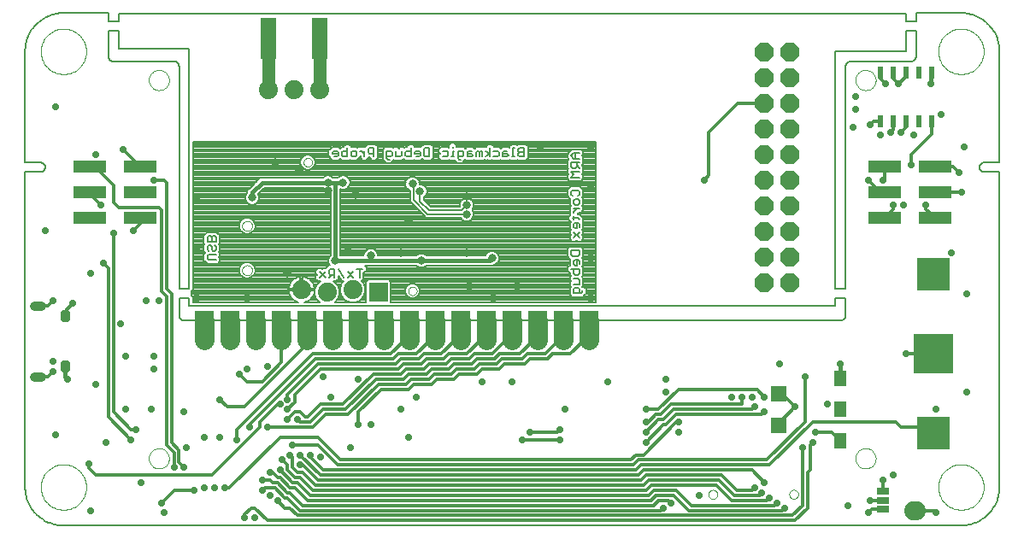
<source format=gbl>
G75*
%MOIN*%
%OFA0B0*%
%FSLAX24Y24*%
%IPPOS*%
%LPD*%
%AMOC8*
5,1,8,0,0,1.08239X$1,22.5*
%
%ADD10C,0.0050*%
%ADD11C,0.0000*%
%ADD12C,0.0060*%
%ADD13C,0.0281*%
%ADD14C,0.0354*%
%ADD15R,0.1560X0.1560*%
%ADD16R,0.1250X0.1250*%
%ADD17C,0.0740*%
%ADD18R,0.0500X0.0250*%
%ADD19R,0.0472X0.0591*%
%ADD20R,0.0591X0.0591*%
%ADD21R,0.0200X0.0500*%
%ADD22OC8,0.0740*%
%ADD23R,0.1260X0.0500*%
%ADD24R,0.0600X0.1600*%
%ADD25R,0.0740X0.0740*%
%ADD26C,0.0279*%
%ADD27C,0.0120*%
%ADD28C,0.0160*%
%ADD29R,0.0750X0.0750*%
%ADD30C,0.0750*%
%ADD31C,0.0500*%
%ADD32C,0.0080*%
%ADD33C,0.0318*%
%ADD34C,0.0059*%
%ADD35C,0.0157*%
D10*
X002625Y004169D02*
X037625Y004169D01*
X037701Y004171D01*
X037777Y004177D01*
X037852Y004186D01*
X037927Y004200D01*
X038001Y004217D01*
X038074Y004238D01*
X038146Y004262D01*
X038217Y004291D01*
X038286Y004322D01*
X038353Y004357D01*
X038418Y004396D01*
X038482Y004438D01*
X038543Y004483D01*
X038602Y004531D01*
X038658Y004582D01*
X038712Y004636D01*
X038763Y004692D01*
X038811Y004751D01*
X038856Y004812D01*
X038898Y004876D01*
X038937Y004941D01*
X038972Y005008D01*
X039003Y005077D01*
X039032Y005148D01*
X039056Y005220D01*
X039077Y005293D01*
X039094Y005367D01*
X039108Y005442D01*
X039117Y005517D01*
X039123Y005593D01*
X039125Y005669D01*
X039125Y017976D01*
X038515Y017976D01*
X038490Y017978D01*
X038465Y017983D01*
X038441Y017992D01*
X038419Y018004D01*
X038399Y018019D01*
X038381Y018037D01*
X038366Y018057D01*
X038354Y018079D01*
X038345Y018103D01*
X038340Y018128D01*
X038338Y018153D01*
X038340Y018178D01*
X038345Y018203D01*
X038354Y018227D01*
X038366Y018249D01*
X038381Y018269D01*
X038399Y018287D01*
X038419Y018302D01*
X038441Y018314D01*
X038465Y018323D01*
X038490Y018328D01*
X038515Y018330D01*
X039125Y018330D01*
X039125Y022669D01*
X039123Y022745D01*
X039117Y022821D01*
X039108Y022896D01*
X039094Y022971D01*
X039077Y023045D01*
X039056Y023118D01*
X039032Y023190D01*
X039003Y023261D01*
X038972Y023330D01*
X038937Y023397D01*
X038898Y023462D01*
X038856Y023526D01*
X038811Y023587D01*
X038763Y023646D01*
X038712Y023702D01*
X038658Y023756D01*
X038602Y023807D01*
X038543Y023855D01*
X038482Y023900D01*
X038418Y023942D01*
X038353Y023981D01*
X038286Y024016D01*
X038217Y024047D01*
X038146Y024076D01*
X038074Y024100D01*
X038001Y024121D01*
X037927Y024138D01*
X037852Y024152D01*
X037777Y024161D01*
X037701Y024167D01*
X037625Y024169D01*
X035869Y024169D01*
X035869Y023854D01*
X035475Y023854D01*
X035475Y024149D01*
X004767Y024149D01*
X004767Y023854D01*
X004373Y023854D01*
X004373Y024169D01*
X002625Y024169D01*
X002549Y024167D01*
X002473Y024161D01*
X002398Y024152D01*
X002323Y024138D01*
X002249Y024121D01*
X002176Y024100D01*
X002104Y024076D01*
X002033Y024047D01*
X001964Y024016D01*
X001897Y023981D01*
X001832Y023942D01*
X001768Y023900D01*
X001707Y023855D01*
X001648Y023807D01*
X001592Y023756D01*
X001538Y023702D01*
X001487Y023646D01*
X001439Y023587D01*
X001394Y023526D01*
X001352Y023462D01*
X001313Y023397D01*
X001278Y023330D01*
X001247Y023261D01*
X001218Y023190D01*
X001194Y023118D01*
X001173Y023045D01*
X001156Y022971D01*
X001142Y022896D01*
X001133Y022821D01*
X001127Y022745D01*
X001125Y022669D01*
X001125Y018330D01*
X001735Y018330D01*
X001760Y018328D01*
X001785Y018323D01*
X001809Y018314D01*
X001831Y018302D01*
X001851Y018287D01*
X001869Y018269D01*
X001884Y018249D01*
X001896Y018227D01*
X001905Y018203D01*
X001910Y018178D01*
X001912Y018153D01*
X001910Y018128D01*
X001905Y018103D01*
X001896Y018079D01*
X001884Y018057D01*
X001869Y018037D01*
X001851Y018019D01*
X001831Y018004D01*
X001809Y017992D01*
X001785Y017983D01*
X001760Y017978D01*
X001735Y017976D01*
X001125Y017976D01*
X001125Y005669D01*
X001127Y005593D01*
X001133Y005517D01*
X001142Y005442D01*
X001156Y005367D01*
X001173Y005293D01*
X001194Y005220D01*
X001218Y005148D01*
X001247Y005077D01*
X001278Y005008D01*
X001313Y004941D01*
X001352Y004876D01*
X001394Y004812D01*
X001439Y004751D01*
X001487Y004692D01*
X001538Y004636D01*
X001592Y004582D01*
X001648Y004531D01*
X001707Y004483D01*
X001768Y004438D01*
X001832Y004396D01*
X001897Y004357D01*
X001964Y004322D01*
X002033Y004291D01*
X002104Y004262D01*
X002176Y004238D01*
X002249Y004217D01*
X002323Y004200D01*
X002398Y004186D01*
X002473Y004177D01*
X002549Y004171D01*
X002625Y004169D01*
X007330Y012169D02*
X032920Y012169D01*
X032946Y012171D01*
X032971Y012176D01*
X032995Y012184D01*
X033019Y012195D01*
X033040Y012210D01*
X033059Y012227D01*
X033076Y012246D01*
X033091Y012268D01*
X033102Y012291D01*
X033110Y012315D01*
X033115Y012340D01*
X033117Y012366D01*
X033117Y013027D01*
X032719Y013027D01*
X032719Y012732D01*
X007523Y012732D01*
X007523Y013027D01*
X007133Y013027D01*
X007133Y012366D01*
X007135Y012340D01*
X007140Y012315D01*
X007148Y012291D01*
X007159Y012268D01*
X007174Y012246D01*
X007191Y012227D01*
X007210Y012210D01*
X007232Y012195D01*
X007255Y012184D01*
X007279Y012176D01*
X007304Y012171D01*
X007330Y012169D01*
X007523Y013421D02*
X007133Y013421D01*
X007133Y022082D01*
X007131Y022108D01*
X007126Y022133D01*
X007118Y022157D01*
X007107Y022181D01*
X007092Y022202D01*
X007075Y022221D01*
X007056Y022238D01*
X007035Y022253D01*
X007011Y022264D01*
X006987Y022272D01*
X006962Y022277D01*
X006936Y022279D01*
X004570Y022279D01*
X004544Y022281D01*
X004519Y022286D01*
X004495Y022294D01*
X004472Y022305D01*
X004450Y022320D01*
X004431Y022337D01*
X004414Y022356D01*
X004399Y022378D01*
X004388Y022401D01*
X004380Y022425D01*
X004375Y022450D01*
X004373Y022476D01*
X004373Y023460D01*
X004767Y023460D01*
X004767Y022771D01*
X007523Y022771D01*
X007523Y013421D01*
X032719Y013421D02*
X033117Y013421D01*
X033117Y022082D01*
X033119Y022108D01*
X033124Y022133D01*
X033132Y022157D01*
X033143Y022181D01*
X033158Y022202D01*
X033175Y022221D01*
X033194Y022238D01*
X033216Y022253D01*
X033239Y022264D01*
X033263Y022272D01*
X033288Y022277D01*
X033314Y022279D01*
X035672Y022279D01*
X035698Y022281D01*
X035723Y022286D01*
X035747Y022294D01*
X035771Y022305D01*
X035792Y022320D01*
X035811Y022337D01*
X035828Y022356D01*
X035843Y022378D01*
X035854Y022401D01*
X035862Y022425D01*
X035867Y022450D01*
X035869Y022476D01*
X035869Y023460D01*
X035475Y023460D01*
X035475Y022673D01*
X032719Y022673D01*
X032719Y013421D01*
D11*
X033511Y006787D02*
X033513Y006826D01*
X033519Y006865D01*
X033529Y006903D01*
X033542Y006940D01*
X033559Y006975D01*
X033579Y007009D01*
X033603Y007040D01*
X033630Y007069D01*
X033659Y007095D01*
X033691Y007118D01*
X033725Y007138D01*
X033761Y007154D01*
X033798Y007166D01*
X033837Y007175D01*
X033876Y007180D01*
X033915Y007181D01*
X033954Y007178D01*
X033993Y007171D01*
X034030Y007160D01*
X034067Y007146D01*
X034102Y007128D01*
X034135Y007107D01*
X034166Y007082D01*
X034194Y007055D01*
X034219Y007025D01*
X034241Y006992D01*
X034260Y006958D01*
X034275Y006922D01*
X034287Y006884D01*
X034295Y006846D01*
X034299Y006807D01*
X034299Y006767D01*
X034295Y006728D01*
X034287Y006690D01*
X034275Y006652D01*
X034260Y006616D01*
X034241Y006582D01*
X034219Y006549D01*
X034194Y006519D01*
X034166Y006492D01*
X034135Y006467D01*
X034102Y006446D01*
X034067Y006428D01*
X034030Y006414D01*
X033993Y006403D01*
X033954Y006396D01*
X033915Y006393D01*
X033876Y006394D01*
X033837Y006399D01*
X033798Y006408D01*
X033761Y006420D01*
X033725Y006436D01*
X033691Y006456D01*
X033659Y006479D01*
X033630Y006505D01*
X033603Y006534D01*
X033579Y006565D01*
X033559Y006599D01*
X033542Y006634D01*
X033529Y006671D01*
X033519Y006709D01*
X033513Y006748D01*
X033511Y006787D01*
X030926Y005387D02*
X030928Y005413D01*
X030934Y005439D01*
X030943Y005463D01*
X030956Y005486D01*
X030973Y005506D01*
X030992Y005524D01*
X031014Y005539D01*
X031037Y005550D01*
X031062Y005558D01*
X031088Y005562D01*
X031114Y005562D01*
X031140Y005558D01*
X031165Y005550D01*
X031189Y005539D01*
X031210Y005524D01*
X031229Y005506D01*
X031246Y005486D01*
X031259Y005463D01*
X031268Y005439D01*
X031274Y005413D01*
X031276Y005387D01*
X031274Y005361D01*
X031268Y005335D01*
X031259Y005311D01*
X031246Y005288D01*
X031229Y005268D01*
X031210Y005250D01*
X031188Y005235D01*
X031165Y005224D01*
X031140Y005216D01*
X031114Y005212D01*
X031088Y005212D01*
X031062Y005216D01*
X031037Y005224D01*
X031013Y005235D01*
X030992Y005250D01*
X030973Y005268D01*
X030956Y005288D01*
X030943Y005311D01*
X030934Y005335D01*
X030928Y005361D01*
X030926Y005387D01*
X027776Y005387D02*
X027778Y005413D01*
X027784Y005439D01*
X027793Y005463D01*
X027806Y005486D01*
X027823Y005506D01*
X027842Y005524D01*
X027864Y005539D01*
X027887Y005550D01*
X027912Y005558D01*
X027938Y005562D01*
X027964Y005562D01*
X027990Y005558D01*
X028015Y005550D01*
X028039Y005539D01*
X028060Y005524D01*
X028079Y005506D01*
X028096Y005486D01*
X028109Y005463D01*
X028118Y005439D01*
X028124Y005413D01*
X028126Y005387D01*
X028124Y005361D01*
X028118Y005335D01*
X028109Y005311D01*
X028096Y005288D01*
X028079Y005268D01*
X028060Y005250D01*
X028038Y005235D01*
X028015Y005224D01*
X027990Y005216D01*
X027964Y005212D01*
X027938Y005212D01*
X027912Y005216D01*
X027887Y005224D01*
X027863Y005235D01*
X027842Y005250D01*
X027823Y005268D01*
X027806Y005288D01*
X027793Y005311D01*
X027784Y005335D01*
X027778Y005361D01*
X027776Y005387D01*
X036739Y005669D02*
X036741Y005728D01*
X036747Y005787D01*
X036757Y005845D01*
X036770Y005903D01*
X036788Y005960D01*
X036809Y006015D01*
X036834Y006069D01*
X036863Y006121D01*
X036895Y006170D01*
X036930Y006218D01*
X036968Y006263D01*
X037009Y006306D01*
X037053Y006346D01*
X037099Y006382D01*
X037148Y006416D01*
X037199Y006446D01*
X037252Y006473D01*
X037307Y006496D01*
X037362Y006515D01*
X037420Y006531D01*
X037478Y006543D01*
X037536Y006551D01*
X037595Y006555D01*
X037655Y006555D01*
X037714Y006551D01*
X037772Y006543D01*
X037830Y006531D01*
X037888Y006515D01*
X037943Y006496D01*
X037998Y006473D01*
X038051Y006446D01*
X038102Y006416D01*
X038151Y006382D01*
X038197Y006346D01*
X038241Y006306D01*
X038282Y006263D01*
X038320Y006218D01*
X038355Y006170D01*
X038387Y006121D01*
X038416Y006069D01*
X038441Y006015D01*
X038462Y005960D01*
X038480Y005903D01*
X038493Y005845D01*
X038503Y005787D01*
X038509Y005728D01*
X038511Y005669D01*
X038509Y005610D01*
X038503Y005551D01*
X038493Y005493D01*
X038480Y005435D01*
X038462Y005378D01*
X038441Y005323D01*
X038416Y005269D01*
X038387Y005217D01*
X038355Y005168D01*
X038320Y005120D01*
X038282Y005075D01*
X038241Y005032D01*
X038197Y004992D01*
X038151Y004956D01*
X038102Y004922D01*
X038051Y004892D01*
X037998Y004865D01*
X037943Y004842D01*
X037888Y004823D01*
X037830Y004807D01*
X037772Y004795D01*
X037714Y004787D01*
X037655Y004783D01*
X037595Y004783D01*
X037536Y004787D01*
X037478Y004795D01*
X037420Y004807D01*
X037362Y004823D01*
X037307Y004842D01*
X037252Y004865D01*
X037199Y004892D01*
X037148Y004922D01*
X037099Y004956D01*
X037053Y004992D01*
X037009Y005032D01*
X036968Y005075D01*
X036930Y005120D01*
X036895Y005168D01*
X036863Y005217D01*
X036834Y005269D01*
X036809Y005323D01*
X036788Y005378D01*
X036770Y005435D01*
X036757Y005493D01*
X036747Y005551D01*
X036741Y005610D01*
X036739Y005669D01*
X016066Y013322D02*
X016068Y013347D01*
X016074Y013372D01*
X016083Y013396D01*
X016096Y013418D01*
X016113Y013438D01*
X016132Y013455D01*
X016153Y013469D01*
X016177Y013479D01*
X016201Y013486D01*
X016227Y013489D01*
X016252Y013488D01*
X016277Y013483D01*
X016301Y013474D01*
X016324Y013462D01*
X016344Y013447D01*
X016362Y013428D01*
X016377Y013407D01*
X016388Y013384D01*
X016396Y013360D01*
X016400Y013335D01*
X016400Y013309D01*
X016396Y013284D01*
X016388Y013260D01*
X016377Y013237D01*
X016362Y013216D01*
X016344Y013197D01*
X016324Y013182D01*
X016301Y013170D01*
X016277Y013161D01*
X016252Y013156D01*
X016227Y013155D01*
X016201Y013158D01*
X016177Y013165D01*
X016153Y013175D01*
X016132Y013189D01*
X016113Y013206D01*
X016096Y013226D01*
X016083Y013248D01*
X016074Y013272D01*
X016068Y013297D01*
X016066Y013322D01*
X009589Y014129D02*
X009591Y014156D01*
X009597Y014183D01*
X009606Y014209D01*
X009619Y014233D01*
X009635Y014256D01*
X009654Y014275D01*
X009676Y014292D01*
X009700Y014306D01*
X009725Y014316D01*
X009752Y014323D01*
X009779Y014326D01*
X009807Y014325D01*
X009834Y014320D01*
X009860Y014312D01*
X009884Y014300D01*
X009907Y014284D01*
X009928Y014266D01*
X009945Y014245D01*
X009960Y014221D01*
X009971Y014196D01*
X009979Y014170D01*
X009983Y014143D01*
X009983Y014115D01*
X009979Y014088D01*
X009971Y014062D01*
X009960Y014037D01*
X009945Y014013D01*
X009928Y013992D01*
X009907Y013974D01*
X009885Y013958D01*
X009860Y013946D01*
X009834Y013938D01*
X009807Y013933D01*
X009779Y013932D01*
X009752Y013935D01*
X009725Y013942D01*
X009700Y013952D01*
X009676Y013966D01*
X009654Y013983D01*
X009635Y014002D01*
X009619Y014025D01*
X009606Y014049D01*
X009597Y014075D01*
X009591Y014102D01*
X009589Y014129D01*
X009589Y015862D02*
X009591Y015889D01*
X009597Y015916D01*
X009606Y015942D01*
X009619Y015966D01*
X009635Y015989D01*
X009654Y016008D01*
X009676Y016025D01*
X009700Y016039D01*
X009725Y016049D01*
X009752Y016056D01*
X009779Y016059D01*
X009807Y016058D01*
X009834Y016053D01*
X009860Y016045D01*
X009884Y016033D01*
X009907Y016017D01*
X009928Y015999D01*
X009945Y015978D01*
X009960Y015954D01*
X009971Y015929D01*
X009979Y015903D01*
X009983Y015876D01*
X009983Y015848D01*
X009979Y015821D01*
X009971Y015795D01*
X009960Y015770D01*
X009945Y015746D01*
X009928Y015725D01*
X009907Y015707D01*
X009885Y015691D01*
X009860Y015679D01*
X009834Y015671D01*
X009807Y015666D01*
X009779Y015665D01*
X009752Y015668D01*
X009725Y015675D01*
X009700Y015685D01*
X009676Y015699D01*
X009654Y015716D01*
X009635Y015735D01*
X009619Y015758D01*
X009606Y015782D01*
X009597Y015808D01*
X009591Y015835D01*
X009589Y015862D01*
X011982Y018342D02*
X011984Y018367D01*
X011990Y018392D01*
X011999Y018416D01*
X012012Y018438D01*
X012029Y018458D01*
X012048Y018475D01*
X012069Y018489D01*
X012093Y018499D01*
X012117Y018506D01*
X012143Y018509D01*
X012168Y018508D01*
X012193Y018503D01*
X012217Y018494D01*
X012240Y018482D01*
X012260Y018467D01*
X012278Y018448D01*
X012293Y018427D01*
X012304Y018404D01*
X012312Y018380D01*
X012316Y018355D01*
X012316Y018329D01*
X012312Y018304D01*
X012304Y018280D01*
X012293Y018257D01*
X012278Y018236D01*
X012260Y018217D01*
X012240Y018202D01*
X012217Y018190D01*
X012193Y018181D01*
X012168Y018176D01*
X012143Y018175D01*
X012117Y018178D01*
X012093Y018185D01*
X012069Y018195D01*
X012048Y018209D01*
X012029Y018226D01*
X012012Y018246D01*
X011999Y018268D01*
X011990Y018292D01*
X011984Y018317D01*
X011982Y018342D01*
X005951Y021551D02*
X005953Y021590D01*
X005959Y021629D01*
X005969Y021667D01*
X005982Y021704D01*
X005999Y021739D01*
X006019Y021773D01*
X006043Y021804D01*
X006070Y021833D01*
X006099Y021859D01*
X006131Y021882D01*
X006165Y021902D01*
X006201Y021918D01*
X006238Y021930D01*
X006277Y021939D01*
X006316Y021944D01*
X006355Y021945D01*
X006394Y021942D01*
X006433Y021935D01*
X006470Y021924D01*
X006507Y021910D01*
X006542Y021892D01*
X006575Y021871D01*
X006606Y021846D01*
X006634Y021819D01*
X006659Y021789D01*
X006681Y021756D01*
X006700Y021722D01*
X006715Y021686D01*
X006727Y021648D01*
X006735Y021610D01*
X006739Y021571D01*
X006739Y021531D01*
X006735Y021492D01*
X006727Y021454D01*
X006715Y021416D01*
X006700Y021380D01*
X006681Y021346D01*
X006659Y021313D01*
X006634Y021283D01*
X006606Y021256D01*
X006575Y021231D01*
X006542Y021210D01*
X006507Y021192D01*
X006470Y021178D01*
X006433Y021167D01*
X006394Y021160D01*
X006355Y021157D01*
X006316Y021158D01*
X006277Y021163D01*
X006238Y021172D01*
X006201Y021184D01*
X006165Y021200D01*
X006131Y021220D01*
X006099Y021243D01*
X006070Y021269D01*
X006043Y021298D01*
X006019Y021329D01*
X005999Y021363D01*
X005982Y021398D01*
X005969Y021435D01*
X005959Y021473D01*
X005953Y021512D01*
X005951Y021551D01*
X001739Y022669D02*
X001741Y022728D01*
X001747Y022787D01*
X001757Y022845D01*
X001770Y022903D01*
X001788Y022960D01*
X001809Y023015D01*
X001834Y023069D01*
X001863Y023121D01*
X001895Y023170D01*
X001930Y023218D01*
X001968Y023263D01*
X002009Y023306D01*
X002053Y023346D01*
X002099Y023382D01*
X002148Y023416D01*
X002199Y023446D01*
X002252Y023473D01*
X002307Y023496D01*
X002362Y023515D01*
X002420Y023531D01*
X002478Y023543D01*
X002536Y023551D01*
X002595Y023555D01*
X002655Y023555D01*
X002714Y023551D01*
X002772Y023543D01*
X002830Y023531D01*
X002888Y023515D01*
X002943Y023496D01*
X002998Y023473D01*
X003051Y023446D01*
X003102Y023416D01*
X003151Y023382D01*
X003197Y023346D01*
X003241Y023306D01*
X003282Y023263D01*
X003320Y023218D01*
X003355Y023170D01*
X003387Y023121D01*
X003416Y023069D01*
X003441Y023015D01*
X003462Y022960D01*
X003480Y022903D01*
X003493Y022845D01*
X003503Y022787D01*
X003509Y022728D01*
X003511Y022669D01*
X003509Y022610D01*
X003503Y022551D01*
X003493Y022493D01*
X003480Y022435D01*
X003462Y022378D01*
X003441Y022323D01*
X003416Y022269D01*
X003387Y022217D01*
X003355Y022168D01*
X003320Y022120D01*
X003282Y022075D01*
X003241Y022032D01*
X003197Y021992D01*
X003151Y021956D01*
X003102Y021922D01*
X003051Y021892D01*
X002998Y021865D01*
X002943Y021842D01*
X002888Y021823D01*
X002830Y021807D01*
X002772Y021795D01*
X002714Y021787D01*
X002655Y021783D01*
X002595Y021783D01*
X002536Y021787D01*
X002478Y021795D01*
X002420Y021807D01*
X002362Y021823D01*
X002307Y021842D01*
X002252Y021865D01*
X002199Y021892D01*
X002148Y021922D01*
X002099Y021956D01*
X002053Y021992D01*
X002009Y022032D01*
X001968Y022075D01*
X001930Y022120D01*
X001895Y022168D01*
X001863Y022217D01*
X001834Y022269D01*
X001809Y022323D01*
X001788Y022378D01*
X001770Y022435D01*
X001757Y022493D01*
X001747Y022551D01*
X001741Y022610D01*
X001739Y022669D01*
X005951Y006787D02*
X005953Y006826D01*
X005959Y006865D01*
X005969Y006903D01*
X005982Y006940D01*
X005999Y006975D01*
X006019Y007009D01*
X006043Y007040D01*
X006070Y007069D01*
X006099Y007095D01*
X006131Y007118D01*
X006165Y007138D01*
X006201Y007154D01*
X006238Y007166D01*
X006277Y007175D01*
X006316Y007180D01*
X006355Y007181D01*
X006394Y007178D01*
X006433Y007171D01*
X006470Y007160D01*
X006507Y007146D01*
X006542Y007128D01*
X006575Y007107D01*
X006606Y007082D01*
X006634Y007055D01*
X006659Y007025D01*
X006681Y006992D01*
X006700Y006958D01*
X006715Y006922D01*
X006727Y006884D01*
X006735Y006846D01*
X006739Y006807D01*
X006739Y006767D01*
X006735Y006728D01*
X006727Y006690D01*
X006715Y006652D01*
X006700Y006616D01*
X006681Y006582D01*
X006659Y006549D01*
X006634Y006519D01*
X006606Y006492D01*
X006575Y006467D01*
X006542Y006446D01*
X006507Y006428D01*
X006470Y006414D01*
X006433Y006403D01*
X006394Y006396D01*
X006355Y006393D01*
X006316Y006394D01*
X006277Y006399D01*
X006238Y006408D01*
X006201Y006420D01*
X006165Y006436D01*
X006131Y006456D01*
X006099Y006479D01*
X006070Y006505D01*
X006043Y006534D01*
X006019Y006565D01*
X005999Y006599D01*
X005982Y006634D01*
X005969Y006671D01*
X005959Y006709D01*
X005953Y006748D01*
X005951Y006787D01*
X001739Y005669D02*
X001741Y005728D01*
X001747Y005787D01*
X001757Y005845D01*
X001770Y005903D01*
X001788Y005960D01*
X001809Y006015D01*
X001834Y006069D01*
X001863Y006121D01*
X001895Y006170D01*
X001930Y006218D01*
X001968Y006263D01*
X002009Y006306D01*
X002053Y006346D01*
X002099Y006382D01*
X002148Y006416D01*
X002199Y006446D01*
X002252Y006473D01*
X002307Y006496D01*
X002362Y006515D01*
X002420Y006531D01*
X002478Y006543D01*
X002536Y006551D01*
X002595Y006555D01*
X002655Y006555D01*
X002714Y006551D01*
X002772Y006543D01*
X002830Y006531D01*
X002888Y006515D01*
X002943Y006496D01*
X002998Y006473D01*
X003051Y006446D01*
X003102Y006416D01*
X003151Y006382D01*
X003197Y006346D01*
X003241Y006306D01*
X003282Y006263D01*
X003320Y006218D01*
X003355Y006170D01*
X003387Y006121D01*
X003416Y006069D01*
X003441Y006015D01*
X003462Y005960D01*
X003480Y005903D01*
X003493Y005845D01*
X003503Y005787D01*
X003509Y005728D01*
X003511Y005669D01*
X003509Y005610D01*
X003503Y005551D01*
X003493Y005493D01*
X003480Y005435D01*
X003462Y005378D01*
X003441Y005323D01*
X003416Y005269D01*
X003387Y005217D01*
X003355Y005168D01*
X003320Y005120D01*
X003282Y005075D01*
X003241Y005032D01*
X003197Y004992D01*
X003151Y004956D01*
X003102Y004922D01*
X003051Y004892D01*
X002998Y004865D01*
X002943Y004842D01*
X002888Y004823D01*
X002830Y004807D01*
X002772Y004795D01*
X002714Y004787D01*
X002655Y004783D01*
X002595Y004783D01*
X002536Y004787D01*
X002478Y004795D01*
X002420Y004807D01*
X002362Y004823D01*
X002307Y004842D01*
X002252Y004865D01*
X002199Y004892D01*
X002148Y004922D01*
X002099Y004956D01*
X002053Y004992D01*
X002009Y005032D01*
X001968Y005075D01*
X001930Y005120D01*
X001895Y005168D01*
X001863Y005217D01*
X001834Y005269D01*
X001809Y005323D01*
X001788Y005378D01*
X001770Y005435D01*
X001757Y005493D01*
X001747Y005551D01*
X001741Y005610D01*
X001739Y005669D01*
X033511Y021551D02*
X033513Y021590D01*
X033519Y021629D01*
X033529Y021667D01*
X033542Y021704D01*
X033559Y021739D01*
X033579Y021773D01*
X033603Y021804D01*
X033630Y021833D01*
X033659Y021859D01*
X033691Y021882D01*
X033725Y021902D01*
X033761Y021918D01*
X033798Y021930D01*
X033837Y021939D01*
X033876Y021944D01*
X033915Y021945D01*
X033954Y021942D01*
X033993Y021935D01*
X034030Y021924D01*
X034067Y021910D01*
X034102Y021892D01*
X034135Y021871D01*
X034166Y021846D01*
X034194Y021819D01*
X034219Y021789D01*
X034241Y021756D01*
X034260Y021722D01*
X034275Y021686D01*
X034287Y021648D01*
X034295Y021610D01*
X034299Y021571D01*
X034299Y021531D01*
X034295Y021492D01*
X034287Y021454D01*
X034275Y021416D01*
X034260Y021380D01*
X034241Y021346D01*
X034219Y021313D01*
X034194Y021283D01*
X034166Y021256D01*
X034135Y021231D01*
X034102Y021210D01*
X034067Y021192D01*
X034030Y021178D01*
X033993Y021167D01*
X033954Y021160D01*
X033915Y021157D01*
X033876Y021158D01*
X033837Y021163D01*
X033798Y021172D01*
X033761Y021184D01*
X033725Y021200D01*
X033691Y021220D01*
X033659Y021243D01*
X033630Y021269D01*
X033603Y021298D01*
X033579Y021329D01*
X033559Y021363D01*
X033542Y021398D01*
X033529Y021435D01*
X033519Y021473D01*
X033513Y021512D01*
X033511Y021551D01*
X036739Y022669D02*
X036741Y022728D01*
X036747Y022787D01*
X036757Y022845D01*
X036770Y022903D01*
X036788Y022960D01*
X036809Y023015D01*
X036834Y023069D01*
X036863Y023121D01*
X036895Y023170D01*
X036930Y023218D01*
X036968Y023263D01*
X037009Y023306D01*
X037053Y023346D01*
X037099Y023382D01*
X037148Y023416D01*
X037199Y023446D01*
X037252Y023473D01*
X037307Y023496D01*
X037362Y023515D01*
X037420Y023531D01*
X037478Y023543D01*
X037536Y023551D01*
X037595Y023555D01*
X037655Y023555D01*
X037714Y023551D01*
X037772Y023543D01*
X037830Y023531D01*
X037888Y023515D01*
X037943Y023496D01*
X037998Y023473D01*
X038051Y023446D01*
X038102Y023416D01*
X038151Y023382D01*
X038197Y023346D01*
X038241Y023306D01*
X038282Y023263D01*
X038320Y023218D01*
X038355Y023170D01*
X038387Y023121D01*
X038416Y023069D01*
X038441Y023015D01*
X038462Y022960D01*
X038480Y022903D01*
X038493Y022845D01*
X038503Y022787D01*
X038509Y022728D01*
X038511Y022669D01*
X038509Y022610D01*
X038503Y022551D01*
X038493Y022493D01*
X038480Y022435D01*
X038462Y022378D01*
X038441Y022323D01*
X038416Y022269D01*
X038387Y022217D01*
X038355Y022168D01*
X038320Y022120D01*
X038282Y022075D01*
X038241Y022032D01*
X038197Y021992D01*
X038151Y021956D01*
X038102Y021922D01*
X038051Y021892D01*
X037998Y021865D01*
X037943Y021842D01*
X037888Y021823D01*
X037830Y021807D01*
X037772Y021795D01*
X037714Y021787D01*
X037655Y021783D01*
X037595Y021783D01*
X037536Y021787D01*
X037478Y021795D01*
X037420Y021807D01*
X037362Y021823D01*
X037307Y021842D01*
X037252Y021865D01*
X037199Y021892D01*
X037148Y021922D01*
X037099Y021956D01*
X037053Y021992D01*
X037009Y022032D01*
X036968Y022075D01*
X036930Y022120D01*
X036895Y022168D01*
X036863Y022217D01*
X036834Y022269D01*
X036809Y022323D01*
X036788Y022378D01*
X036770Y022435D01*
X036757Y022493D01*
X036747Y022551D01*
X036741Y022610D01*
X036739Y022669D01*
D12*
X022860Y013338D02*
X022860Y013282D01*
X022804Y013227D01*
X022526Y013227D01*
X022526Y013394D01*
X022582Y013449D01*
X022693Y013449D01*
X022749Y013394D01*
X022749Y013227D01*
X022749Y013589D02*
X022526Y013589D01*
X022749Y013589D02*
X022749Y013756D01*
X022693Y013812D01*
X022526Y013812D01*
X022582Y013952D02*
X022526Y014007D01*
X022526Y014174D01*
X022415Y014174D02*
X022749Y014174D01*
X022749Y014007D01*
X022693Y013952D01*
X022582Y013952D01*
X022582Y014314D02*
X022637Y014314D01*
X022637Y014537D01*
X022582Y014537D02*
X022526Y014481D01*
X022526Y014370D01*
X022582Y014314D01*
X022749Y014370D02*
X022749Y014481D01*
X022693Y014537D01*
X022582Y014537D01*
X022693Y014677D02*
X022470Y014677D01*
X022415Y014732D01*
X022415Y014899D01*
X022749Y014899D01*
X022749Y014732D01*
X022693Y014677D01*
X022749Y015402D02*
X022526Y015624D01*
X022582Y015764D02*
X022637Y015764D01*
X022637Y015987D01*
X022582Y015987D02*
X022526Y015931D01*
X022526Y015820D01*
X022582Y015764D01*
X022749Y015820D02*
X022749Y015931D01*
X022693Y015987D01*
X022582Y015987D01*
X022526Y016117D02*
X022526Y016229D01*
X022470Y016173D02*
X022693Y016173D01*
X022749Y016117D01*
X022526Y016364D02*
X022526Y016419D01*
X022637Y016531D01*
X022526Y016531D02*
X022749Y016531D01*
X022693Y016670D02*
X022582Y016670D01*
X022526Y016726D01*
X022526Y016837D01*
X022582Y016893D01*
X022693Y016893D01*
X022749Y016837D01*
X022749Y016726D01*
X022693Y016670D01*
X022693Y017033D02*
X022749Y017089D01*
X022749Y017200D01*
X022693Y017256D01*
X022470Y017256D01*
X022415Y017200D01*
X022415Y017089D01*
X022470Y017033D01*
X022415Y017758D02*
X022749Y017758D01*
X022749Y017981D02*
X022415Y017981D01*
X022526Y017869D01*
X022415Y017758D01*
X022470Y018121D02*
X022582Y018121D01*
X022637Y018176D01*
X022637Y018343D01*
X022637Y018232D02*
X022749Y018121D01*
X022749Y018343D02*
X022415Y018343D01*
X022415Y018176D01*
X022470Y018121D01*
X022526Y018483D02*
X022749Y018483D01*
X022582Y018483D02*
X022582Y018706D01*
X022526Y018706D02*
X022415Y018594D01*
X022526Y018483D01*
X022526Y018706D02*
X022749Y018706D01*
X020583Y018736D02*
X020416Y018736D01*
X020361Y018680D01*
X020361Y018625D01*
X020416Y018569D01*
X020583Y018569D01*
X020583Y018903D01*
X020416Y018903D01*
X020361Y018847D01*
X020361Y018792D01*
X020416Y018736D01*
X020221Y018903D02*
X020165Y018903D01*
X020165Y018569D01*
X020221Y018569D02*
X020109Y018569D01*
X019979Y018625D02*
X019923Y018680D01*
X019756Y018680D01*
X019756Y018736D02*
X019756Y018569D01*
X019923Y018569D01*
X019979Y018625D01*
X019923Y018792D02*
X019812Y018792D01*
X019756Y018736D01*
X019616Y018736D02*
X019616Y018625D01*
X019561Y018569D01*
X019394Y018569D01*
X019254Y018569D02*
X019254Y018903D01*
X019394Y018792D02*
X019561Y018792D01*
X019616Y018736D01*
X019254Y018680D02*
X019087Y018792D01*
X018952Y018792D02*
X018896Y018792D01*
X018841Y018736D01*
X018785Y018792D01*
X018729Y018736D01*
X018729Y018569D01*
X018841Y018569D02*
X018841Y018736D01*
X018952Y018792D02*
X018952Y018569D01*
X019087Y018569D02*
X019254Y018680D01*
X018589Y018625D02*
X018534Y018569D01*
X018367Y018569D01*
X018367Y018736D01*
X018422Y018792D01*
X018534Y018792D01*
X018534Y018680D02*
X018367Y018680D01*
X018227Y018625D02*
X018171Y018569D01*
X018004Y018569D01*
X018004Y018513D02*
X018004Y018792D01*
X018171Y018792D01*
X018227Y018736D01*
X018227Y018625D01*
X018116Y018458D02*
X018060Y018458D01*
X018004Y018513D01*
X017864Y018569D02*
X017753Y018569D01*
X017809Y018569D02*
X017809Y018792D01*
X017864Y018792D01*
X017809Y018903D02*
X017809Y018959D01*
X017623Y018736D02*
X017623Y018625D01*
X017567Y018569D01*
X017400Y018569D01*
X017400Y018792D02*
X017567Y018792D01*
X017623Y018736D01*
X016898Y018903D02*
X016898Y018569D01*
X016731Y018569D01*
X016675Y018625D01*
X016675Y018847D01*
X016731Y018903D01*
X016898Y018903D01*
X016535Y018736D02*
X016479Y018792D01*
X016368Y018792D01*
X016312Y018736D01*
X016312Y018680D01*
X016535Y018680D01*
X016535Y018625D02*
X016535Y018736D01*
X016535Y018625D02*
X016479Y018569D01*
X016368Y018569D01*
X016173Y018569D02*
X016006Y018569D01*
X015950Y018625D01*
X015950Y018736D01*
X016006Y018792D01*
X016173Y018792D01*
X016173Y018903D02*
X016173Y018569D01*
X015810Y018625D02*
X015754Y018569D01*
X015587Y018569D01*
X015587Y018792D01*
X015448Y018736D02*
X015448Y018625D01*
X015392Y018569D01*
X015225Y018569D01*
X015225Y018513D02*
X015225Y018792D01*
X015392Y018792D01*
X015448Y018736D01*
X015336Y018458D02*
X015281Y018458D01*
X015225Y018513D01*
X014723Y018569D02*
X014723Y018903D01*
X014556Y018903D01*
X014500Y018847D01*
X014500Y018736D01*
X014556Y018680D01*
X014723Y018680D01*
X014360Y018680D02*
X014249Y018792D01*
X014193Y018792D01*
X014058Y018736D02*
X014058Y018625D01*
X014002Y018569D01*
X013891Y018569D01*
X013835Y018625D01*
X013835Y018736D01*
X013891Y018792D01*
X014002Y018792D01*
X014058Y018736D01*
X014360Y018792D02*
X014360Y018569D01*
X013695Y018569D02*
X013695Y018903D01*
X013695Y018792D02*
X013528Y018792D01*
X013473Y018736D01*
X013473Y018625D01*
X013528Y018569D01*
X013695Y018569D01*
X013333Y018625D02*
X013333Y018736D01*
X013277Y018792D01*
X013166Y018792D01*
X013110Y018736D01*
X013110Y018680D01*
X013333Y018680D01*
X013333Y018625D02*
X013277Y018569D01*
X013166Y018569D01*
X015810Y018625D02*
X015810Y018792D01*
X018534Y018680D02*
X018589Y018625D01*
X022526Y015402D02*
X022749Y015624D01*
X014284Y014178D02*
X014061Y014178D01*
X014173Y014178D02*
X014173Y013844D01*
X013921Y013844D02*
X013699Y014067D01*
X013921Y014067D02*
X013699Y013844D01*
X013559Y013844D02*
X013336Y014178D01*
X013196Y014178D02*
X013029Y014178D01*
X012974Y014123D01*
X012974Y014011D01*
X013029Y013956D01*
X013196Y013956D01*
X013085Y013956D02*
X012974Y013844D01*
X012834Y013844D02*
X012611Y014067D01*
X012834Y014067D02*
X012611Y013844D01*
X013196Y013844D02*
X013196Y014178D01*
X008576Y014529D02*
X008297Y014529D01*
X008242Y014584D01*
X008242Y014696D01*
X008297Y014751D01*
X008576Y014751D01*
X008520Y014891D02*
X008464Y014891D01*
X008409Y014947D01*
X008409Y015058D01*
X008353Y015114D01*
X008297Y015114D01*
X008242Y015058D01*
X008242Y014947D01*
X008297Y014891D01*
X008520Y014891D02*
X008576Y014947D01*
X008576Y015058D01*
X008520Y015114D01*
X008576Y015254D02*
X008576Y015421D01*
X008520Y015476D01*
X008464Y015476D01*
X008409Y015421D01*
X008409Y015254D01*
X008409Y015421D02*
X008353Y015476D01*
X008297Y015476D01*
X008242Y015421D01*
X008242Y015254D01*
X008576Y015254D01*
D13*
X002641Y012459D02*
X002641Y012247D01*
X002641Y012459D02*
X002735Y012459D01*
X002735Y012247D01*
X002641Y012247D01*
X002641Y010491D02*
X002641Y010279D01*
X002641Y010491D02*
X002735Y010491D01*
X002735Y010279D01*
X002641Y010279D01*
D14*
X001753Y009991D02*
X001497Y009991D01*
X001497Y012747D02*
X001753Y012747D01*
D15*
X036558Y010862D03*
D16*
X036558Y013962D03*
X036558Y007762D03*
D17*
X035869Y004759D03*
X035771Y004759D03*
X023125Y011419D03*
X022125Y011419D03*
X021125Y011419D03*
X020125Y011419D03*
X019125Y011419D03*
X018125Y011419D03*
X017125Y011419D03*
X016125Y011419D03*
X015125Y011419D03*
X014125Y011419D03*
X013125Y011419D03*
X012125Y011419D03*
X011125Y011419D03*
X010125Y011419D03*
X009125Y011419D03*
X008125Y011419D03*
X011905Y013372D03*
X012905Y013272D03*
X013905Y013372D03*
X012625Y021169D03*
X011625Y021169D03*
X010625Y021169D03*
D18*
X034590Y005503D03*
X034590Y005153D03*
X034590Y004803D03*
D19*
X032905Y007476D03*
X032905Y008696D03*
X032905Y009917D03*
D20*
X030503Y009307D03*
X030503Y008086D03*
D21*
X034475Y019951D03*
X034975Y019951D03*
X035475Y019951D03*
X035975Y019951D03*
X036475Y019951D03*
X036475Y021851D03*
X035975Y021851D03*
X035475Y021851D03*
X034975Y021851D03*
X034475Y021851D03*
D22*
X030956Y021645D03*
X029956Y021645D03*
X029956Y020645D03*
X030956Y020645D03*
X030956Y019645D03*
X029956Y019645D03*
X029956Y018645D03*
X030956Y018645D03*
X030956Y017645D03*
X029956Y017645D03*
X029956Y016645D03*
X030956Y016645D03*
X030956Y015645D03*
X029956Y015645D03*
X029956Y014645D03*
X030956Y014645D03*
X030956Y013645D03*
X029956Y013645D03*
X029956Y022645D03*
X030956Y022645D03*
D23*
X034633Y018169D03*
X034633Y017169D03*
X034633Y016169D03*
X036617Y016169D03*
X036617Y017169D03*
X036617Y018169D03*
X005617Y018169D03*
X005617Y017169D03*
X005617Y016169D03*
X003633Y016169D03*
X003633Y017169D03*
X003633Y018169D03*
D24*
X010625Y023169D03*
X012625Y023169D03*
D25*
X014905Y013272D03*
D26*
X010574Y010370D03*
X009786Y010271D03*
X009491Y010074D03*
X008704Y009090D03*
X007326Y008598D03*
X008113Y007614D03*
X008704Y007614D03*
X009393Y007515D03*
X009885Y008007D03*
X010574Y008007D03*
X011361Y008303D03*
X011755Y008303D03*
X011361Y008696D03*
X011066Y008893D03*
X011361Y009090D03*
X012739Y009976D03*
X013034Y009188D03*
X014117Y009877D03*
X015790Y008696D03*
X016381Y009188D03*
X014609Y008106D03*
X014117Y008106D03*
X013822Y007220D03*
X012641Y006826D03*
X012247Y006925D03*
X011853Y006925D03*
X011460Y006925D03*
X011164Y006728D03*
X011066Y006334D03*
X010672Y006236D03*
X010377Y005940D03*
X010377Y005547D03*
X010672Y005350D03*
X010968Y005153D03*
X010082Y004464D03*
X009688Y004464D03*
X008901Y005645D03*
X008507Y005645D03*
X008113Y005645D03*
X007719Y005547D03*
X007326Y006433D03*
X006932Y006433D03*
X007424Y007220D03*
X005456Y007909D03*
X005259Y007515D03*
X004275Y007417D03*
X003625Y006590D03*
X002306Y007712D03*
X003881Y009681D03*
X002798Y009877D03*
X002208Y010173D03*
X002208Y010566D03*
X005062Y010763D03*
X006145Y010763D03*
X006145Y010271D03*
X006046Y008696D03*
X005062Y008696D03*
X005653Y005842D03*
X006440Y005055D03*
X006538Y004661D03*
X003684Y004759D03*
X011558Y007318D03*
X011853Y006531D03*
X016086Y007614D03*
X018940Y009779D03*
X020121Y009779D03*
X022188Y008696D03*
X021991Y007909D03*
X021991Y007515D03*
X020810Y007811D03*
X020515Y007515D03*
X023861Y009779D03*
X025338Y008696D03*
X025338Y008204D03*
X025338Y007811D03*
X025338Y007417D03*
X026617Y007811D03*
X026617Y008204D03*
X026125Y009385D03*
X026125Y009877D03*
X028684Y009188D03*
X029078Y009188D03*
X029471Y009188D03*
X029964Y009188D03*
X029570Y008795D03*
X029964Y008598D03*
X031145Y008795D03*
X031932Y007811D03*
X031834Y007417D03*
X031440Y007220D03*
X029964Y005842D03*
X029865Y005448D03*
X030160Y005251D03*
X030456Y005055D03*
X030751Y004858D03*
X029570Y005645D03*
X027405Y005350D03*
X026322Y005055D03*
X026027Y004858D03*
X032424Y008893D03*
X031538Y009976D03*
X030554Y010468D03*
X032916Y010468D03*
X035475Y010862D03*
X037838Y009385D03*
X036656Y008696D03*
X034983Y006137D03*
X034590Y005940D03*
X034097Y005153D03*
X033999Y004661D03*
X033212Y004956D03*
X036656Y004661D03*
X037838Y013224D03*
X037247Y014799D03*
X036263Y016669D03*
X035377Y016669D03*
X034983Y016669D03*
X034590Y017653D03*
X033999Y017653D03*
X035672Y018244D03*
X035771Y019425D03*
X035279Y019523D03*
X034885Y019523D03*
X034491Y019425D03*
X034097Y019818D03*
X033408Y019720D03*
X033507Y020409D03*
X033507Y020901D03*
X034688Y021393D03*
X035180Y021393D03*
X036460Y021393D03*
X036853Y020212D03*
X037739Y018933D03*
X037542Y017948D03*
X037641Y017161D03*
X027601Y017653D03*
X006342Y012929D03*
X005849Y012929D03*
X004865Y012043D03*
X002995Y012830D03*
X002208Y012929D03*
X003684Y014011D03*
X004176Y014405D03*
X004570Y015586D03*
X005357Y015685D03*
X004078Y016669D03*
X006145Y017653D03*
X004964Y018834D03*
X003881Y018637D03*
X002306Y020507D03*
X001912Y015685D03*
D27*
X003633Y017114D02*
X004078Y016669D01*
X004570Y016767D02*
X004767Y016570D01*
X006342Y016570D01*
X006440Y016472D01*
X006440Y013322D01*
X006637Y013125D01*
X006637Y007318D01*
X006932Y007023D01*
X006932Y006433D01*
X007129Y006629D02*
X007326Y006433D01*
X007129Y006629D02*
X007129Y007122D01*
X006834Y007417D01*
X006834Y013224D01*
X006637Y013421D01*
X006637Y017555D01*
X006538Y017653D01*
X006145Y017653D01*
X005617Y018169D02*
X005617Y018181D01*
X004964Y018834D01*
X003857Y018169D02*
X004570Y017456D01*
X004570Y016767D01*
X003633Y017114D02*
X003633Y017169D01*
X003633Y018169D02*
X003857Y018169D01*
X005617Y016169D02*
X005617Y015944D01*
X005357Y015685D01*
X004570Y015586D02*
X004570Y008598D01*
X005259Y007909D01*
X005456Y007909D01*
X005259Y007515D02*
X004373Y008401D01*
X004373Y014208D01*
X004176Y014405D01*
X002208Y012929D02*
X002026Y012747D01*
X001625Y012747D01*
X002688Y012523D02*
X002688Y012353D01*
X002688Y012523D02*
X002995Y012830D01*
X002208Y010173D02*
X002026Y009991D01*
X001625Y009991D01*
X003625Y006590D02*
X003625Y006393D01*
X003881Y006137D01*
X008408Y006137D01*
X010279Y008007D01*
X010279Y008204D01*
X010968Y008893D01*
X011066Y008893D01*
X011361Y008696D02*
X011656Y008992D01*
X011656Y009287D01*
X012641Y010271D01*
X015692Y010271D01*
X015889Y010468D01*
X016578Y010468D01*
X016775Y010665D01*
X017464Y010665D01*
X017660Y010862D01*
X018349Y010862D01*
X018906Y011419D01*
X019125Y011419D01*
X019334Y010862D02*
X018645Y010862D01*
X018448Y010665D01*
X017759Y010665D01*
X017562Y010468D01*
X016873Y010468D01*
X016676Y010271D01*
X015987Y010271D01*
X015790Y010074D01*
X014708Y010074D01*
X013527Y008893D01*
X012641Y008893D01*
X012149Y008401D01*
X012050Y008401D01*
X011853Y008598D01*
X011656Y008598D01*
X011361Y008303D01*
X011755Y008303D02*
X011853Y008204D01*
X012247Y008204D01*
X012739Y008696D01*
X013625Y008696D01*
X014806Y009877D01*
X015889Y009877D01*
X016086Y010074D01*
X016775Y010074D01*
X016971Y010271D01*
X017660Y010271D01*
X017857Y010468D01*
X018546Y010468D01*
X018743Y010665D01*
X019432Y010665D01*
X019629Y010862D01*
X020416Y010862D01*
X020973Y011419D01*
X021125Y011419D01*
X021401Y010862D02*
X020712Y010862D01*
X020515Y010665D01*
X019727Y010665D01*
X019531Y010468D01*
X018842Y010468D01*
X018645Y010271D01*
X017956Y010271D01*
X017759Y010074D01*
X017070Y010074D01*
X016873Y009877D01*
X016184Y009877D01*
X015987Y009681D01*
X014905Y009681D01*
X013723Y008499D01*
X012838Y008499D01*
X012345Y008007D01*
X010574Y008007D01*
X009885Y008007D02*
X009885Y008106D01*
X012444Y010665D01*
X015495Y010665D01*
X015692Y010862D01*
X016381Y010862D01*
X016938Y011419D01*
X017125Y011419D01*
X017365Y010862D02*
X016676Y010862D01*
X016479Y010665D01*
X015790Y010665D01*
X015594Y010468D01*
X012542Y010468D01*
X011361Y009287D01*
X011361Y009090D01*
X010377Y009779D02*
X011125Y010527D01*
X011125Y011419D01*
X012125Y011419D02*
X012125Y011232D01*
X009688Y008795D01*
X008999Y008795D01*
X008704Y009090D01*
X009491Y010074D02*
X009786Y009779D01*
X010377Y009779D01*
X009393Y007909D02*
X012345Y010862D01*
X015397Y010862D01*
X015954Y011419D01*
X016125Y011419D01*
X017365Y010862D02*
X017922Y011419D01*
X018125Y011419D01*
X019334Y010862D02*
X019891Y011419D01*
X020125Y011419D01*
X020810Y010665D02*
X021499Y010665D01*
X021696Y010862D01*
X022385Y010862D01*
X022942Y011419D01*
X023125Y011419D01*
X022125Y011419D02*
X021958Y011419D01*
X021401Y010862D01*
X020810Y010665D02*
X020613Y010468D01*
X019826Y010468D01*
X019629Y010271D01*
X018940Y010271D01*
X018743Y010074D01*
X018054Y010074D01*
X017857Y009877D01*
X017168Y009877D01*
X016971Y009681D01*
X016282Y009681D01*
X016086Y009484D01*
X015003Y009484D01*
X014117Y008598D01*
X014117Y008106D01*
X013428Y006728D02*
X012542Y007614D01*
X011066Y007614D01*
X009097Y005645D01*
X008901Y005645D01*
X007719Y005547D02*
X006932Y005547D01*
X006440Y005055D01*
X009688Y004606D02*
X009688Y004464D01*
X009688Y004606D02*
X009940Y004858D01*
X010082Y004858D01*
X010574Y004366D01*
X031145Y004366D01*
X031637Y004858D01*
X031637Y006236D01*
X031735Y006334D01*
X031735Y007318D01*
X031834Y007417D01*
X031440Y007220D02*
X031440Y004956D01*
X031046Y004562D01*
X011755Y004562D01*
X011460Y004858D01*
X011263Y004858D01*
X010968Y005153D01*
X011263Y005251D02*
X010869Y005645D01*
X010475Y005645D01*
X010377Y005547D01*
X010672Y005940D02*
X010771Y005842D01*
X010968Y005842D01*
X011361Y005448D01*
X011460Y005448D01*
X011952Y004956D01*
X025633Y004956D01*
X025830Y005153D01*
X026223Y005153D01*
X026322Y005055D01*
X026420Y005350D02*
X027011Y004759D01*
X030653Y004759D01*
X030751Y004858D01*
X030456Y005055D02*
X030357Y004956D01*
X027109Y004956D01*
X026519Y005547D01*
X025633Y005547D01*
X025436Y005350D01*
X012247Y005350D01*
X011755Y005842D01*
X011558Y005842D01*
X011066Y006334D01*
X011066Y006039D02*
X010968Y006039D01*
X010771Y006236D01*
X010672Y006236D01*
X010672Y005940D02*
X010377Y005940D01*
X011066Y006039D02*
X011460Y005645D01*
X011656Y005645D01*
X012149Y005153D01*
X025534Y005153D01*
X025731Y005350D01*
X026420Y005350D01*
X026027Y004858D02*
X025928Y004759D01*
X011853Y004759D01*
X011361Y005251D01*
X011263Y005251D01*
X011656Y006039D02*
X011361Y006334D01*
X011361Y006531D01*
X011164Y006728D01*
X011460Y006925D02*
X011558Y006826D01*
X011558Y006433D01*
X011755Y006236D01*
X011952Y006236D01*
X012444Y005744D01*
X025239Y005744D01*
X025436Y005940D01*
X028192Y005940D01*
X028782Y005350D01*
X029767Y005350D01*
X029865Y005448D01*
X030062Y005153D02*
X030160Y005251D01*
X030062Y005153D02*
X028684Y005153D01*
X028094Y005744D01*
X025534Y005744D01*
X025338Y005547D01*
X012345Y005547D01*
X011853Y006039D01*
X011656Y006039D01*
X011853Y006531D02*
X011952Y006531D01*
X012542Y005940D01*
X025141Y005940D01*
X025338Y006137D01*
X028290Y006137D01*
X028881Y005547D01*
X029471Y005547D01*
X029570Y005645D01*
X029964Y005842D02*
X029471Y006334D01*
X025239Y006334D01*
X025042Y006137D01*
X012641Y006137D01*
X011853Y006925D01*
X012247Y006925D02*
X012247Y006826D01*
X012739Y006334D01*
X024944Y006334D01*
X025141Y006531D01*
X030160Y006531D01*
X031834Y008204D01*
X035082Y008204D01*
X035279Y008007D01*
X036312Y008007D01*
X036558Y007762D01*
X034590Y005940D02*
X034590Y005503D01*
X034590Y005153D02*
X034097Y005153D01*
X034141Y004803D02*
X033999Y004661D01*
X034141Y004803D02*
X034590Y004803D01*
X035869Y004759D02*
X036558Y004759D01*
X036656Y004661D01*
X032905Y007476D02*
X032570Y007811D01*
X031932Y007811D01*
X031538Y008204D02*
X031538Y009976D01*
X030633Y009307D02*
X031145Y008795D01*
X030503Y008153D01*
X030503Y008086D01*
X029964Y008598D02*
X029865Y008499D01*
X026519Y008499D01*
X026125Y008106D01*
X026027Y008106D01*
X025338Y007417D01*
X025338Y007811D02*
X025830Y008303D01*
X026027Y008303D01*
X026420Y008696D01*
X029471Y008696D01*
X029570Y008795D01*
X029078Y008893D02*
X029078Y009188D01*
X029078Y008893D02*
X026322Y008893D01*
X025928Y008499D01*
X025731Y008499D01*
X025436Y008204D01*
X025338Y008204D01*
X025338Y008696D02*
X025830Y008696D01*
X026617Y009484D01*
X029668Y009484D01*
X029964Y009188D01*
X030503Y009307D02*
X030633Y009307D01*
X031538Y008204D02*
X030062Y006728D01*
X025042Y006728D01*
X024845Y006531D01*
X013330Y006531D01*
X012542Y007318D01*
X011558Y007318D01*
X013428Y006728D02*
X024747Y006728D01*
X024944Y006925D01*
X025239Y006925D01*
X026519Y008204D01*
X026617Y008204D01*
X021991Y007909D02*
X021893Y007811D01*
X020810Y007811D01*
X020515Y007515D02*
X021991Y007515D01*
X009393Y007515D02*
X009393Y007909D01*
X027601Y017653D02*
X027798Y017850D01*
X027798Y019523D01*
X028920Y020645D01*
X029956Y020645D01*
X034097Y019818D02*
X034230Y019951D01*
X034475Y019951D01*
X034975Y019951D02*
X034975Y019614D01*
X034885Y019523D01*
X035279Y019523D02*
X035475Y019720D01*
X035475Y019951D01*
X036475Y019951D02*
X036475Y019440D01*
X035672Y018637D01*
X035672Y018244D01*
X034633Y018169D02*
X034633Y017696D01*
X034590Y017653D01*
X034633Y017169D02*
X034499Y017169D01*
X034483Y017169D02*
X033999Y017653D01*
X034483Y017169D02*
X034633Y017169D01*
X034983Y016669D02*
X034983Y016519D01*
X034633Y016169D01*
X036263Y016523D02*
X036617Y016169D01*
X036263Y016523D02*
X036263Y016669D01*
X036617Y017169D02*
X037633Y017169D01*
X037641Y017161D01*
X037542Y017948D02*
X037322Y018169D01*
X036617Y018169D01*
X035180Y021393D02*
X035475Y021688D01*
X035475Y021851D01*
X034975Y021851D02*
X034975Y021598D01*
X035180Y021393D01*
X034688Y021393D02*
X034475Y021606D01*
X034475Y021851D01*
X035475Y010862D02*
X036558Y010862D01*
D28*
X032916Y010468D02*
X032916Y009929D01*
X032905Y009917D01*
X036460Y021393D02*
X036460Y021851D01*
X036475Y021851D01*
X002798Y009877D02*
X002685Y009991D01*
X002688Y010385D01*
D29*
X008125Y012169D03*
X009125Y012169D03*
X010125Y012169D03*
X011125Y012169D03*
X012125Y012169D03*
X013125Y012169D03*
X014125Y012169D03*
X015125Y012169D03*
X016125Y012169D03*
X017125Y012169D03*
X018125Y012169D03*
X019125Y012169D03*
X020125Y012169D03*
X021125Y012169D03*
X022125Y012169D03*
X023125Y012169D03*
D30*
X023125Y011419D01*
X022125Y011419D02*
X022125Y012169D01*
X021125Y012169D02*
X021125Y011419D01*
X020125Y011419D02*
X020125Y012169D01*
X019125Y012169D02*
X019125Y011419D01*
X018125Y011419D02*
X018125Y012169D01*
X017125Y012169D02*
X017125Y011419D01*
X016125Y011419D02*
X016125Y012169D01*
X015125Y012169D02*
X015125Y011419D01*
X014125Y011419D02*
X014125Y012169D01*
X013125Y012169D02*
X013125Y011419D01*
X012125Y011419D02*
X012125Y012169D01*
X011125Y012169D02*
X011125Y011419D01*
X010125Y011419D02*
X010125Y012169D01*
X009125Y012169D02*
X009125Y011419D01*
X008125Y011419D02*
X008125Y012169D01*
D31*
X010625Y021169D02*
X010625Y023169D01*
X012625Y023169D02*
X012625Y021169D01*
D32*
X013104Y018940D02*
X013049Y018885D01*
X012962Y018797D01*
X012962Y018619D01*
X013017Y018563D01*
X013017Y018507D01*
X013104Y018420D01*
X013339Y018420D01*
X013395Y018476D01*
X013403Y018484D01*
X013467Y018420D01*
X013757Y018420D01*
X013793Y018456D01*
X013794Y018456D01*
X013793Y018456D02*
X013829Y018420D01*
X014064Y018420D01*
X014207Y018563D01*
X014207Y018623D01*
X014211Y018619D01*
X014211Y018507D01*
X014298Y018420D01*
X014422Y018420D01*
X014509Y018507D01*
X014509Y018531D01*
X014574Y018531D01*
X014574Y018507D01*
X014661Y018420D01*
X014784Y018420D01*
X014871Y018507D01*
X014871Y018964D01*
X014784Y019052D01*
X014494Y019052D01*
X014438Y018996D01*
X014383Y018940D01*
X014131Y018940D01*
X014098Y018906D01*
X014064Y018940D01*
X013844Y018940D01*
X013844Y018964D01*
X013757Y019052D01*
X013634Y019052D01*
X013547Y018964D01*
X013547Y018940D01*
X013467Y018940D01*
X013403Y018876D01*
X013339Y018940D01*
X013104Y018940D01*
X013091Y018927D02*
X007666Y018927D01*
X007666Y019005D02*
X013588Y019005D01*
X013453Y018927D02*
X013352Y018927D01*
X013012Y018848D02*
X007666Y018848D01*
X007666Y018770D02*
X012962Y018770D01*
X012962Y018691D02*
X007666Y018691D01*
X007666Y018613D02*
X012055Y018613D01*
X012092Y018628D02*
X011987Y018585D01*
X011906Y018504D01*
X011863Y018399D01*
X011863Y018285D01*
X011906Y018180D01*
X011987Y018100D01*
X012092Y018056D01*
X012206Y018056D01*
X012311Y018100D01*
X012391Y018180D01*
X012435Y018285D01*
X012435Y018399D01*
X012391Y018504D01*
X012311Y018585D01*
X012206Y018628D01*
X012092Y018628D01*
X012242Y018613D02*
X012967Y018613D01*
X013017Y018534D02*
X012361Y018534D01*
X012411Y018456D02*
X013069Y018456D01*
X013375Y018456D02*
X013431Y018456D01*
X014100Y018456D02*
X014263Y018456D01*
X014211Y018534D02*
X014178Y018534D01*
X014207Y018613D02*
X014211Y018613D01*
X014457Y018456D02*
X014625Y018456D01*
X014820Y018456D02*
X015076Y018456D01*
X015076Y018452D02*
X015163Y018364D01*
X015219Y018309D01*
X015398Y018309D01*
X015485Y018396D01*
X015485Y018452D01*
X015490Y018456D01*
X015489Y018456D01*
X015490Y018456D02*
X015526Y018420D01*
X015816Y018420D01*
X015880Y018484D01*
X015944Y018420D01*
X016234Y018420D01*
X016270Y018456D01*
X016271Y018456D01*
X016270Y018456D02*
X016307Y018420D01*
X016541Y018420D01*
X016597Y018476D01*
X016605Y018484D01*
X016613Y018476D01*
X016669Y018420D01*
X016959Y018420D01*
X017046Y018507D01*
X017046Y018964D01*
X016959Y019052D01*
X016669Y019052D01*
X016582Y018964D01*
X016549Y018932D01*
X016541Y018940D01*
X016321Y018940D01*
X016321Y018964D01*
X016234Y019052D01*
X016111Y019052D01*
X016024Y018964D01*
X016024Y018940D01*
X015944Y018940D01*
X015908Y018904D01*
X015872Y018940D01*
X015748Y018940D01*
X015699Y018891D01*
X015649Y018940D01*
X015526Y018940D01*
X015490Y018904D01*
X015454Y018940D01*
X015163Y018940D01*
X015076Y018853D01*
X015076Y018452D01*
X015076Y018534D02*
X014871Y018534D01*
X014871Y018613D02*
X015076Y018613D01*
X015076Y018691D02*
X014871Y018691D01*
X014871Y018770D02*
X015076Y018770D01*
X015076Y018848D02*
X014871Y018848D01*
X014871Y018927D02*
X015150Y018927D01*
X015467Y018927D02*
X015512Y018927D01*
X015662Y018927D02*
X015735Y018927D01*
X015885Y018927D02*
X015931Y018927D01*
X016065Y019005D02*
X014830Y019005D01*
X014448Y019005D02*
X013803Y019005D01*
X014077Y018927D02*
X014118Y018927D01*
X015150Y018377D02*
X012435Y018377D01*
X012435Y018299D02*
X022266Y018299D01*
X022266Y018377D02*
X018246Y018377D01*
X018264Y018396D02*
X018264Y018452D01*
X018269Y018456D01*
X018305Y018420D01*
X018595Y018420D01*
X018631Y018456D01*
X018632Y018456D01*
X018631Y018456D02*
X018668Y018420D01*
X019013Y018420D01*
X019023Y018430D01*
X019118Y018411D01*
X019168Y018444D01*
X019192Y018420D01*
X019316Y018420D01*
X019324Y018428D01*
X019332Y018420D01*
X019622Y018420D01*
X019659Y018456D01*
X019658Y018456D01*
X019659Y018456D02*
X019695Y018420D01*
X019985Y018420D01*
X020016Y018452D01*
X020048Y018420D01*
X020282Y018420D01*
X020318Y018456D01*
X020319Y018456D01*
X020318Y018456D02*
X020355Y018420D01*
X020522Y018420D01*
X020645Y018420D01*
X020732Y018507D01*
X020732Y018964D01*
X020645Y019052D01*
X020355Y019052D01*
X020318Y019015D01*
X020282Y019052D01*
X020103Y019052D01*
X020016Y018964D01*
X020016Y018909D01*
X019985Y018940D01*
X019750Y018940D01*
X019695Y018885D01*
X019686Y018876D01*
X019678Y018885D01*
X019622Y018940D01*
X019403Y018940D01*
X019403Y018964D01*
X019316Y019052D01*
X019192Y019052D01*
X019105Y018964D01*
X019105Y018947D01*
X019023Y018930D01*
X019013Y018940D01*
X018723Y018940D01*
X018668Y018885D01*
X018659Y018876D01*
X018595Y018940D01*
X018361Y018940D01*
X018305Y018885D01*
X018297Y018876D01*
X018288Y018885D01*
X018233Y018940D01*
X017957Y018940D01*
X017957Y019020D01*
X017870Y019107D01*
X017747Y019107D01*
X017660Y019020D01*
X017660Y018909D01*
X017629Y018940D01*
X017338Y018940D01*
X017251Y018853D01*
X017251Y018730D01*
X017301Y018680D01*
X017251Y018630D01*
X017251Y018507D01*
X017338Y018420D01*
X017629Y018420D01*
X017660Y018452D01*
X017691Y018420D01*
X017887Y018420D01*
X017943Y018364D01*
X017998Y018309D01*
X018177Y018309D01*
X018264Y018396D01*
X018269Y018456D02*
X018269Y018456D01*
X017930Y018377D02*
X015466Y018377D01*
X015852Y018456D02*
X015908Y018456D01*
X016280Y019005D02*
X016623Y019005D01*
X017006Y019005D02*
X017660Y019005D01*
X017660Y018927D02*
X017642Y018927D01*
X017724Y019084D02*
X007666Y019084D01*
X007666Y019129D02*
X023369Y019129D01*
X023369Y012876D01*
X015393Y012876D01*
X015393Y013692D01*
X015324Y013761D01*
X014485Y013761D01*
X014416Y013692D01*
X014416Y012876D01*
X013199Y012876D01*
X013319Y012995D01*
X013393Y013175D01*
X013393Y013370D01*
X013319Y013549D01*
X013181Y013687D01*
X013160Y013696D01*
X013258Y013696D01*
X013345Y013783D01*
X013345Y013897D01*
X013469Y013711D01*
X013538Y013697D01*
X013490Y013649D01*
X013416Y013470D01*
X013416Y013275D01*
X013393Y013275D01*
X013416Y013275D02*
X013490Y013095D01*
X013628Y012958D01*
X013807Y012884D01*
X014002Y012884D01*
X014181Y012958D01*
X014319Y013095D01*
X014393Y013275D01*
X014416Y013275D01*
X014393Y013275D02*
X014393Y013470D01*
X014319Y013649D01*
X014253Y013715D01*
X014321Y013783D01*
X014321Y014030D01*
X014346Y014030D01*
X014433Y014117D01*
X014433Y014240D01*
X014367Y014306D01*
X016382Y014306D01*
X016420Y014268D01*
X016522Y014226D01*
X016633Y014226D01*
X016735Y014268D01*
X016773Y014306D01*
X019317Y014306D01*
X019335Y014324D01*
X019389Y014324D01*
X019491Y014366D01*
X019569Y014444D01*
X019611Y014547D01*
X019611Y014657D01*
X019569Y014759D01*
X019491Y014837D01*
X019389Y014880D01*
X019278Y014880D01*
X019176Y014837D01*
X019098Y014759D01*
X019074Y014701D01*
X016773Y014701D01*
X016735Y014739D01*
X016633Y014781D01*
X016522Y014781D01*
X016420Y014739D01*
X016382Y014701D01*
X014887Y014701D01*
X014887Y014756D01*
X014845Y014858D01*
X014767Y014936D01*
X014665Y014978D01*
X014554Y014978D01*
X014452Y014936D01*
X014374Y014858D01*
X014331Y014756D01*
X014331Y014701D01*
X013429Y014701D01*
X013429Y017294D01*
X013471Y017277D01*
X013582Y017277D01*
X013684Y017319D01*
X013762Y017397D01*
X013804Y017499D01*
X013804Y017610D01*
X013762Y017712D01*
X013684Y017790D01*
X013582Y017832D01*
X013471Y017832D01*
X013369Y017790D01*
X013331Y017752D01*
X013131Y017752D01*
X013093Y017790D01*
X012991Y017832D01*
X012881Y017832D01*
X012779Y017790D01*
X012741Y017752D01*
X010295Y017752D01*
X009901Y017358D01*
X009786Y017243D01*
X009786Y017159D01*
X009748Y017121D01*
X007666Y017121D01*
X007666Y017043D02*
X009715Y017043D01*
X009705Y017019D02*
X009705Y016909D01*
X009748Y016807D01*
X009826Y016729D01*
X007666Y016729D01*
X007666Y016807D02*
X009748Y016807D01*
X009715Y016886D02*
X007666Y016886D01*
X007666Y016964D02*
X009705Y016964D01*
X009705Y017019D02*
X009748Y017121D01*
X009786Y017200D02*
X007666Y017200D01*
X007666Y017278D02*
X009821Y017278D01*
X009900Y017357D02*
X007666Y017357D01*
X007666Y017435D02*
X009978Y017435D01*
X010057Y017514D02*
X007666Y017514D01*
X007666Y017592D02*
X010135Y017592D01*
X010214Y017671D02*
X007666Y017671D01*
X007666Y017749D02*
X010292Y017749D01*
X010459Y017357D02*
X012741Y017357D01*
X010458Y017357D01*
X010459Y017357D02*
X010220Y017118D01*
X010261Y017019D01*
X010261Y016909D01*
X010219Y016807D01*
X013034Y016807D01*
X013034Y016729D02*
X010141Y016729D01*
X010219Y016807D01*
X010252Y016886D02*
X013034Y016886D01*
X013034Y016964D02*
X010261Y016964D01*
X010251Y017043D02*
X013034Y017043D01*
X013034Y017121D02*
X010223Y017121D01*
X010301Y017200D02*
X013034Y017200D01*
X013034Y017278D02*
X012995Y017278D01*
X012991Y017277D02*
X013034Y017294D01*
X013034Y014699D01*
X012996Y014661D01*
X012954Y014559D01*
X012954Y014448D01*
X012996Y014346D01*
X013015Y014327D01*
X012968Y014327D01*
X012912Y014272D01*
X012857Y014216D01*
X012772Y014216D01*
X012723Y014166D01*
X012673Y014216D01*
X012550Y014216D01*
X012463Y014129D01*
X012463Y014006D01*
X012512Y013956D01*
X012463Y013906D01*
X012463Y013783D01*
X012550Y013696D01*
X012650Y013696D01*
X012628Y013687D01*
X012490Y013549D01*
X012416Y013370D01*
X012416Y013175D01*
X012490Y012995D01*
X012610Y012876D01*
X012026Y012876D01*
X012100Y012900D01*
X012172Y012936D01*
X012237Y012983D01*
X012294Y013040D01*
X012341Y013105D01*
X012377Y013177D01*
X012402Y013253D01*
X012415Y013332D01*
X012415Y013332D01*
X011945Y013332D01*
X011945Y013412D01*
X012415Y013412D01*
X012415Y013412D01*
X012402Y013492D01*
X012377Y013568D01*
X012341Y013640D01*
X012294Y013705D01*
X012237Y013761D01*
X012172Y013809D01*
X012100Y013845D01*
X012024Y013870D01*
X011945Y013882D01*
X011945Y013882D01*
X011945Y013412D01*
X011865Y013412D01*
X011865Y013882D01*
X011864Y013882D01*
X011785Y013870D01*
X011709Y013845D01*
X011637Y013809D01*
X011572Y013761D01*
X011516Y013705D01*
X011468Y013640D01*
X011432Y013568D01*
X011407Y013492D01*
X011395Y013412D01*
X011865Y013412D01*
X011865Y013332D01*
X011395Y013332D01*
X011407Y013253D01*
X011432Y013177D01*
X011468Y013105D01*
X011516Y013040D01*
X011572Y012983D01*
X011637Y012936D01*
X011709Y012900D01*
X011783Y012876D01*
X007666Y012876D01*
X007666Y013087D01*
X007621Y013132D01*
X007621Y013316D01*
X007666Y013361D01*
X007666Y019129D01*
X007666Y018534D02*
X011936Y018534D01*
X011886Y018456D02*
X007666Y018456D01*
X007666Y018377D02*
X011863Y018377D01*
X011863Y018299D02*
X007666Y018299D01*
X007666Y018220D02*
X011889Y018220D01*
X011944Y018142D02*
X007666Y018142D01*
X007666Y018063D02*
X012074Y018063D01*
X012223Y018063D02*
X022287Y018063D01*
X022302Y018078D02*
X022266Y018042D01*
X022266Y017919D01*
X022316Y017869D01*
X022266Y017820D01*
X022266Y017696D01*
X022353Y017609D01*
X022810Y017609D01*
X022897Y017696D01*
X022897Y017820D01*
X022848Y017869D01*
X022897Y017919D01*
X022897Y018042D01*
X022889Y018051D01*
X022897Y018059D01*
X022897Y018182D01*
X022848Y018232D01*
X022897Y018282D01*
X022897Y018405D01*
X022889Y018413D01*
X022897Y018421D01*
X022897Y018545D01*
X022848Y018594D01*
X022897Y018644D01*
X022897Y018767D01*
X022810Y018854D01*
X022464Y018854D01*
X022353Y018743D01*
X022266Y018656D01*
X022266Y018533D01*
X022330Y018469D01*
X022266Y018405D01*
X022266Y018115D01*
X022302Y018078D01*
X022266Y018142D02*
X012353Y018142D01*
X012408Y018220D02*
X022266Y018220D01*
X022266Y017985D02*
X007666Y017985D01*
X007666Y017906D02*
X022279Y017906D01*
X022274Y017828D02*
X013593Y017828D01*
X013460Y017828D02*
X013002Y017828D01*
X012870Y017828D02*
X007666Y017828D01*
X007666Y016650D02*
X013034Y016650D01*
X013034Y016572D02*
X007666Y016572D01*
X007666Y016493D02*
X013034Y016493D01*
X013034Y016415D02*
X007666Y016415D01*
X007666Y016336D02*
X013034Y016336D01*
X013034Y016258D02*
X007666Y016258D01*
X007666Y016179D02*
X013034Y016179D01*
X013034Y016101D02*
X009994Y016101D01*
X009965Y016129D02*
X009849Y016177D01*
X009724Y016177D01*
X009608Y016129D01*
X009519Y016040D01*
X009471Y015924D01*
X009471Y015799D01*
X009519Y015683D01*
X009608Y015594D01*
X009724Y015546D01*
X009849Y015546D01*
X009965Y015594D01*
X010054Y015683D01*
X010102Y015799D01*
X010102Y015924D01*
X010054Y016040D01*
X009965Y016129D01*
X010061Y016022D02*
X013034Y016022D01*
X013034Y015944D02*
X010094Y015944D01*
X010102Y015865D02*
X013034Y015865D01*
X013034Y015787D02*
X010097Y015787D01*
X010064Y015708D02*
X013034Y015708D01*
X013034Y015630D02*
X010001Y015630D01*
X009862Y015551D02*
X013034Y015551D01*
X013034Y015473D02*
X008724Y015473D01*
X008724Y015482D02*
X008669Y015538D01*
X008582Y015625D01*
X008236Y015625D01*
X008180Y015569D01*
X008093Y015482D01*
X008093Y015192D01*
X008129Y015156D01*
X008093Y015120D01*
X008093Y014885D01*
X008157Y014821D01*
X008149Y014813D01*
X008093Y014757D01*
X008093Y014523D01*
X008180Y014435D01*
X008236Y014380D01*
X008637Y014380D01*
X008724Y014467D01*
X008724Y014590D01*
X008675Y014640D01*
X008724Y014690D01*
X008724Y014813D01*
X008688Y014849D01*
X008724Y014885D01*
X008724Y015120D01*
X008688Y015156D01*
X008724Y015192D01*
X008724Y015482D01*
X008724Y015394D02*
X013034Y015394D01*
X013034Y015316D02*
X008724Y015316D01*
X008724Y015237D02*
X013034Y015237D01*
X013034Y015159D02*
X008691Y015159D01*
X008724Y015080D02*
X013034Y015080D01*
X013034Y015002D02*
X008724Y015002D01*
X008724Y014923D02*
X013034Y014923D01*
X013034Y014845D02*
X008692Y014845D01*
X008724Y014766D02*
X013034Y014766D01*
X013023Y014688D02*
X008723Y014688D01*
X008705Y014609D02*
X012974Y014609D01*
X012954Y014531D02*
X008724Y014531D01*
X008710Y014452D02*
X012954Y014452D01*
X012984Y014374D02*
X009988Y014374D01*
X009965Y014397D02*
X009849Y014445D01*
X009724Y014445D01*
X009608Y014397D01*
X009519Y014308D01*
X009471Y014192D01*
X009471Y014067D01*
X009519Y013951D01*
X009608Y013862D01*
X009724Y013814D01*
X009849Y013814D01*
X009965Y013862D01*
X010054Y013951D01*
X010102Y014067D01*
X010102Y014192D01*
X010054Y014308D01*
X009965Y014397D01*
X010059Y014295D02*
X012936Y014295D01*
X012857Y014217D02*
X010092Y014217D01*
X010102Y014138D02*
X012472Y014138D01*
X012463Y014060D02*
X010099Y014060D01*
X010067Y013981D02*
X012487Y013981D01*
X012463Y013903D02*
X010006Y013903D01*
X009875Y013824D02*
X011668Y013824D01*
X011557Y013746D02*
X007666Y013746D01*
X007666Y013824D02*
X009698Y013824D01*
X009567Y013903D02*
X007666Y013903D01*
X007666Y013981D02*
X009506Y013981D01*
X009474Y014060D02*
X007666Y014060D01*
X007666Y014138D02*
X009471Y014138D01*
X009481Y014217D02*
X007666Y014217D01*
X007666Y014295D02*
X009514Y014295D01*
X009585Y014374D02*
X007666Y014374D01*
X007666Y014452D02*
X008163Y014452D01*
X008093Y014531D02*
X007666Y014531D01*
X007666Y014609D02*
X008093Y014609D01*
X008093Y014688D02*
X007666Y014688D01*
X007666Y014766D02*
X008102Y014766D01*
X008133Y014845D02*
X007666Y014845D01*
X007666Y014923D02*
X008093Y014923D01*
X008093Y015002D02*
X007666Y015002D01*
X007666Y015080D02*
X008093Y015080D01*
X008126Y015159D02*
X007666Y015159D01*
X007666Y015237D02*
X008093Y015237D01*
X008093Y015316D02*
X007666Y015316D01*
X007666Y015394D02*
X008093Y015394D01*
X008093Y015473D02*
X007666Y015473D01*
X007666Y015551D02*
X008162Y015551D01*
X007666Y015630D02*
X009572Y015630D01*
X009508Y015708D02*
X007666Y015708D01*
X007666Y015787D02*
X009476Y015787D01*
X009471Y015865D02*
X007666Y015865D01*
X007666Y015944D02*
X009479Y015944D01*
X009511Y016022D02*
X007666Y016022D01*
X007666Y016101D02*
X009579Y016101D01*
X009711Y015551D02*
X008655Y015551D01*
X009826Y016729D02*
X009928Y016686D01*
X010039Y016686D01*
X010141Y016729D01*
X010380Y017278D02*
X012877Y017278D01*
X012881Y017277D02*
X012991Y017277D01*
X012881Y017277D02*
X012779Y017319D01*
X012741Y017357D01*
X013429Y017278D02*
X013468Y017278D01*
X013429Y017200D02*
X016134Y017200D01*
X016134Y017246D02*
X016076Y017270D01*
X015998Y017348D01*
X015955Y017450D01*
X015955Y017561D01*
X015998Y017663D01*
X016076Y017741D01*
X016178Y017783D01*
X016289Y017783D01*
X016391Y017741D01*
X016469Y017663D01*
X016511Y017561D01*
X016511Y017488D01*
X016584Y017488D01*
X016686Y017446D01*
X016764Y017367D01*
X016806Y017265D01*
X016806Y017155D01*
X016764Y017053D01*
X016686Y016975D01*
X016677Y016971D01*
X016677Y016878D01*
X016934Y016620D01*
X018072Y016620D01*
X018072Y016724D01*
X018114Y016826D01*
X018192Y016904D01*
X018294Y016947D01*
X018405Y016947D01*
X018507Y016904D01*
X018585Y016826D01*
X018627Y016724D01*
X018627Y016614D01*
X018585Y016511D01*
X018570Y016497D01*
X018585Y016482D01*
X018627Y016380D01*
X018627Y016269D01*
X018585Y016167D01*
X018507Y016089D01*
X018405Y016047D01*
X018294Y016047D01*
X018192Y016089D01*
X018114Y016167D01*
X018110Y016176D01*
X016762Y016176D01*
X016676Y016263D01*
X016134Y016804D01*
X016134Y017246D01*
X016067Y017278D02*
X013585Y017278D01*
X013722Y017357D02*
X015994Y017357D01*
X015962Y017435D02*
X013778Y017435D01*
X013804Y017514D02*
X015955Y017514D01*
X015969Y017592D02*
X013804Y017592D01*
X013779Y017671D02*
X016006Y017671D01*
X016096Y017749D02*
X013725Y017749D01*
X013429Y017121D02*
X016134Y017121D01*
X016134Y017043D02*
X013429Y017043D01*
X013429Y016964D02*
X016134Y016964D01*
X016134Y016886D02*
X013429Y016886D01*
X013429Y016807D02*
X016134Y016807D01*
X016210Y016729D02*
X013429Y016729D01*
X013429Y016650D02*
X016288Y016650D01*
X016367Y016572D02*
X013429Y016572D01*
X013429Y016493D02*
X016445Y016493D01*
X016524Y016415D02*
X013429Y016415D01*
X013429Y016336D02*
X016602Y016336D01*
X016681Y016258D02*
X013429Y016258D01*
X013429Y016179D02*
X016759Y016179D01*
X016904Y016650D02*
X018072Y016650D01*
X018074Y016729D02*
X016826Y016729D01*
X016747Y016807D02*
X018106Y016807D01*
X018174Y016886D02*
X016677Y016886D01*
X016677Y016964D02*
X022329Y016964D01*
X022353Y016940D02*
X022266Y017027D01*
X022266Y017262D01*
X022321Y017317D01*
X022409Y017404D01*
X022754Y017404D01*
X022897Y017262D01*
X022897Y017027D01*
X022833Y016963D01*
X022897Y016899D01*
X022897Y016665D01*
X022861Y016628D01*
X022897Y016592D01*
X022897Y016469D01*
X022810Y016382D01*
X022699Y016382D01*
X022675Y016358D01*
X022675Y016322D01*
X022754Y016322D01*
X022897Y016179D01*
X022897Y016056D01*
X022866Y016024D01*
X022897Y015993D01*
X022897Y015758D01*
X022861Y015722D01*
X022897Y015686D01*
X022897Y015563D01*
X022848Y015513D01*
X022897Y015463D01*
X022897Y015340D01*
X022810Y015253D01*
X022687Y015253D01*
X022637Y015303D01*
X022587Y015253D01*
X022464Y015253D01*
X022377Y015340D01*
X022377Y015463D01*
X022427Y015513D01*
X022377Y015563D01*
X022377Y015686D01*
X022413Y015722D01*
X022377Y015758D01*
X022377Y015993D01*
X022409Y016024D01*
X022377Y016056D01*
X022321Y016111D01*
X022321Y016234D01*
X022377Y016290D01*
X022383Y016296D01*
X022377Y016302D01*
X022377Y016592D01*
X022413Y016628D01*
X022377Y016665D01*
X022377Y016899D01*
X022385Y016907D01*
X022353Y016940D01*
X022377Y016886D02*
X018525Y016886D01*
X018593Y016807D02*
X022377Y016807D01*
X022377Y016729D02*
X018625Y016729D01*
X018627Y016650D02*
X022391Y016650D01*
X022377Y016572D02*
X018610Y016572D01*
X018573Y016493D02*
X022377Y016493D01*
X022377Y016415D02*
X018613Y016415D01*
X018627Y016336D02*
X022377Y016336D01*
X022345Y016258D02*
X018623Y016258D01*
X018590Y016179D02*
X022321Y016179D01*
X022332Y016101D02*
X018519Y016101D01*
X018180Y016101D02*
X013429Y016101D01*
X013429Y016022D02*
X022407Y016022D01*
X022377Y015944D02*
X013429Y015944D01*
X013429Y015865D02*
X022377Y015865D01*
X022377Y015787D02*
X013429Y015787D01*
X013429Y015708D02*
X022400Y015708D01*
X022377Y015630D02*
X013429Y015630D01*
X013429Y015551D02*
X022389Y015551D01*
X022387Y015473D02*
X013429Y015473D01*
X013429Y015394D02*
X022377Y015394D01*
X022401Y015316D02*
X013429Y015316D01*
X013429Y015237D02*
X023369Y015237D01*
X023369Y015159D02*
X013429Y015159D01*
X013429Y015080D02*
X023369Y015080D01*
X023369Y015002D02*
X022856Y015002D01*
X022897Y014961D02*
X022810Y015048D01*
X022353Y015048D01*
X022266Y014961D01*
X022266Y014671D01*
X022353Y014584D01*
X022385Y014551D01*
X022377Y014543D01*
X022377Y014323D01*
X022353Y014323D01*
X022266Y014236D01*
X022266Y014113D01*
X022353Y014026D01*
X022377Y014026D01*
X022377Y013946D01*
X022413Y013910D01*
X022377Y013873D01*
X022377Y013750D01*
X022427Y013700D01*
X022377Y013651D01*
X022377Y013528D01*
X022413Y013491D01*
X022377Y013455D01*
X022377Y013165D01*
X022464Y013078D01*
X022866Y013078D01*
X022953Y013165D01*
X023009Y013221D01*
X023009Y013400D01*
X022921Y013487D01*
X022866Y013487D01*
X022861Y013491D01*
X022897Y013528D01*
X022897Y013818D01*
X022833Y013882D01*
X022842Y013890D01*
X022897Y013946D01*
X022897Y014236D01*
X022861Y014272D01*
X022897Y014308D01*
X022897Y014543D01*
X022842Y014598D01*
X022833Y014607D01*
X022842Y014615D01*
X022897Y014671D01*
X022897Y014961D01*
X022897Y014923D02*
X023369Y014923D01*
X023369Y014845D02*
X022897Y014845D01*
X022897Y014766D02*
X023369Y014766D01*
X023369Y014688D02*
X022897Y014688D01*
X022836Y014609D02*
X023369Y014609D01*
X023369Y014531D02*
X022897Y014531D01*
X022897Y014452D02*
X023369Y014452D01*
X023369Y014374D02*
X022897Y014374D01*
X022884Y014295D02*
X023369Y014295D01*
X023369Y014217D02*
X022897Y014217D01*
X022897Y014138D02*
X023369Y014138D01*
X023369Y014060D02*
X022897Y014060D01*
X022897Y013981D02*
X023369Y013981D01*
X023369Y013903D02*
X022854Y013903D01*
X022891Y013824D02*
X023369Y013824D01*
X023369Y013746D02*
X022897Y013746D01*
X022897Y013667D02*
X023369Y013667D01*
X023369Y013589D02*
X022897Y013589D01*
X022880Y013510D02*
X023369Y013510D01*
X023369Y013432D02*
X022976Y013432D01*
X023009Y013353D02*
X023369Y013353D01*
X023369Y013275D02*
X023009Y013275D01*
X022984Y013196D02*
X023369Y013196D01*
X023369Y013118D02*
X022906Y013118D01*
X023369Y013039D02*
X016298Y013039D01*
X016290Y013036D02*
X016395Y013080D01*
X016476Y013160D01*
X016519Y013265D01*
X016519Y013379D01*
X016476Y013484D01*
X016395Y013565D01*
X016290Y013608D01*
X016176Y013608D01*
X016071Y013565D01*
X015991Y013484D01*
X015947Y013379D01*
X015947Y013265D01*
X015991Y013160D01*
X016071Y013080D01*
X016176Y013036D01*
X016290Y013036D01*
X016169Y013039D02*
X015393Y013039D01*
X015393Y012961D02*
X023369Y012961D01*
X023369Y012882D02*
X015393Y012882D01*
X015393Y013118D02*
X016033Y013118D01*
X015976Y013196D02*
X015393Y013196D01*
X015393Y013275D02*
X015947Y013275D01*
X015947Y013353D02*
X015393Y013353D01*
X015393Y013432D02*
X015969Y013432D01*
X016017Y013510D02*
X015393Y013510D01*
X015393Y013589D02*
X016129Y013589D01*
X016337Y013589D02*
X022377Y013589D01*
X022394Y013667D02*
X015393Y013667D01*
X015339Y013746D02*
X022382Y013746D01*
X022377Y013824D02*
X014321Y013824D01*
X014321Y013903D02*
X022407Y013903D01*
X022377Y013981D02*
X014321Y013981D01*
X014376Y014060D02*
X022319Y014060D01*
X022266Y014138D02*
X014433Y014138D01*
X014433Y014217D02*
X022266Y014217D01*
X022325Y014295D02*
X016763Y014295D01*
X016393Y014295D02*
X014377Y014295D01*
X014336Y014766D02*
X013429Y014766D01*
X013429Y014845D02*
X014368Y014845D01*
X014439Y014923D02*
X013429Y014923D01*
X013429Y015002D02*
X022307Y015002D01*
X022266Y014923D02*
X014779Y014923D01*
X014850Y014845D02*
X019194Y014845D01*
X019105Y014766D02*
X016669Y014766D01*
X016487Y014766D02*
X014883Y014766D01*
X014470Y013746D02*
X014284Y013746D01*
X014301Y013667D02*
X014416Y013667D01*
X014416Y013589D02*
X014344Y013589D01*
X014376Y013510D02*
X014416Y013510D01*
X014416Y013432D02*
X014393Y013432D01*
X014393Y013353D02*
X014416Y013353D01*
X014416Y013196D02*
X014361Y013196D01*
X014328Y013118D02*
X014416Y013118D01*
X014416Y013039D02*
X014263Y013039D01*
X014184Y012961D02*
X014416Y012961D01*
X014416Y012882D02*
X013206Y012882D01*
X013284Y012961D02*
X013625Y012961D01*
X013546Y013039D02*
X013337Y013039D01*
X013370Y013118D02*
X013481Y013118D01*
X013448Y013196D02*
X013393Y013196D01*
X013393Y013353D02*
X013416Y013353D01*
X013416Y013432D02*
X013367Y013432D01*
X013335Y013510D02*
X013433Y013510D01*
X013465Y013589D02*
X013279Y013589D01*
X013201Y013667D02*
X013508Y013667D01*
X013446Y013746D02*
X013308Y013746D01*
X013345Y013824D02*
X013394Y013824D01*
X012608Y013667D02*
X012321Y013667D01*
X012367Y013589D02*
X012530Y013589D01*
X012474Y013510D02*
X012396Y013510D01*
X012411Y013432D02*
X012442Y013432D01*
X012416Y013353D02*
X011945Y013353D01*
X011945Y013432D02*
X011865Y013432D01*
X011865Y013510D02*
X011945Y013510D01*
X011945Y013589D02*
X011865Y013589D01*
X011865Y013667D02*
X011945Y013667D01*
X011945Y013746D02*
X011865Y013746D01*
X011865Y013824D02*
X011945Y013824D01*
X012141Y013824D02*
X012463Y013824D01*
X012500Y013746D02*
X012252Y013746D01*
X012405Y013275D02*
X012416Y013275D01*
X012416Y013196D02*
X012384Y013196D01*
X012347Y013118D02*
X012440Y013118D01*
X012472Y013039D02*
X012293Y013039D01*
X012206Y012961D02*
X012525Y012961D01*
X012603Y012882D02*
X012047Y012882D01*
X011762Y012882D02*
X007666Y012882D01*
X007666Y012961D02*
X011603Y012961D01*
X011516Y013039D02*
X007666Y013039D01*
X007635Y013118D02*
X011462Y013118D01*
X011425Y013196D02*
X007621Y013196D01*
X007621Y013275D02*
X011404Y013275D01*
X011395Y013332D02*
X011395Y013332D01*
X011395Y013412D02*
X011395Y013412D01*
X011398Y013432D02*
X007666Y013432D01*
X007666Y013510D02*
X011413Y013510D01*
X011442Y013589D02*
X007666Y013589D01*
X007666Y013667D02*
X011488Y013667D01*
X011865Y013353D02*
X007658Y013353D01*
X016433Y013118D02*
X022424Y013118D01*
X022377Y013196D02*
X016491Y013196D01*
X016519Y013275D02*
X022377Y013275D01*
X022377Y013353D02*
X016519Y013353D01*
X016498Y013432D02*
X022377Y013432D01*
X022394Y013510D02*
X016450Y013510D01*
X019498Y014374D02*
X022377Y014374D01*
X022377Y014452D02*
X019572Y014452D01*
X019605Y014531D02*
X022377Y014531D01*
X022327Y014609D02*
X019611Y014609D01*
X019599Y014688D02*
X022266Y014688D01*
X022266Y014766D02*
X019562Y014766D01*
X019473Y014845D02*
X022266Y014845D01*
X022873Y015316D02*
X023369Y015316D01*
X023369Y015394D02*
X022897Y015394D01*
X022888Y015473D02*
X023369Y015473D01*
X023369Y015551D02*
X022886Y015551D01*
X022897Y015630D02*
X023369Y015630D01*
X023369Y015708D02*
X022875Y015708D01*
X022897Y015787D02*
X023369Y015787D01*
X023369Y015865D02*
X022897Y015865D01*
X022897Y015944D02*
X023369Y015944D01*
X023369Y016022D02*
X022868Y016022D01*
X022897Y016101D02*
X023369Y016101D01*
X023369Y016179D02*
X022897Y016179D01*
X022818Y016258D02*
X023369Y016258D01*
X023369Y016336D02*
X022675Y016336D01*
X022843Y016415D02*
X023369Y016415D01*
X023369Y016493D02*
X022897Y016493D01*
X022897Y016572D02*
X023369Y016572D01*
X023369Y016650D02*
X022883Y016650D01*
X022897Y016729D02*
X023369Y016729D01*
X023369Y016807D02*
X022897Y016807D01*
X022897Y016886D02*
X023369Y016886D01*
X023369Y016964D02*
X022835Y016964D01*
X022897Y017043D02*
X023369Y017043D01*
X023369Y017121D02*
X022897Y017121D01*
X022897Y017200D02*
X023369Y017200D01*
X023369Y017278D02*
X022881Y017278D01*
X022802Y017357D02*
X023369Y017357D01*
X023369Y017435D02*
X016696Y017435D01*
X016768Y017357D02*
X022361Y017357D01*
X022283Y017278D02*
X016801Y017278D01*
X016806Y017200D02*
X022266Y017200D01*
X022266Y017121D02*
X016792Y017121D01*
X016754Y017043D02*
X022266Y017043D01*
X022291Y017671D02*
X016461Y017671D01*
X016498Y017592D02*
X023369Y017592D01*
X023369Y017514D02*
X016511Y017514D01*
X016370Y017749D02*
X022266Y017749D01*
X022872Y017671D02*
X023369Y017671D01*
X023369Y017749D02*
X022897Y017749D01*
X022889Y017828D02*
X023369Y017828D01*
X023369Y017906D02*
X022885Y017906D01*
X022897Y017985D02*
X023369Y017985D01*
X023369Y018063D02*
X022897Y018063D01*
X022897Y018142D02*
X023369Y018142D01*
X023369Y018220D02*
X022859Y018220D01*
X022897Y018299D02*
X023369Y018299D01*
X023369Y018377D02*
X022897Y018377D01*
X022897Y018456D02*
X023369Y018456D01*
X023369Y018534D02*
X022897Y018534D01*
X022866Y018613D02*
X023369Y018613D01*
X023369Y018691D02*
X022897Y018691D01*
X022895Y018770D02*
X023369Y018770D01*
X023369Y018848D02*
X022816Y018848D01*
X022458Y018848D02*
X020732Y018848D01*
X020732Y018770D02*
X022380Y018770D01*
X022301Y018691D02*
X020732Y018691D01*
X020732Y018613D02*
X022266Y018613D01*
X022266Y018534D02*
X020732Y018534D01*
X020681Y018456D02*
X022317Y018456D01*
X023369Y018927D02*
X020732Y018927D01*
X020691Y019005D02*
X023369Y019005D01*
X023369Y019084D02*
X017894Y019084D01*
X017957Y019005D02*
X019146Y019005D01*
X019362Y019005D02*
X020057Y019005D01*
X020016Y018927D02*
X019998Y018927D01*
X019737Y018927D02*
X019636Y018927D01*
X018710Y018927D02*
X018609Y018927D01*
X018347Y018927D02*
X018246Y018927D01*
X017325Y018927D02*
X017046Y018927D01*
X017046Y018848D02*
X017251Y018848D01*
X017251Y018770D02*
X017046Y018770D01*
X017046Y018691D02*
X017290Y018691D01*
X017251Y018613D02*
X017046Y018613D01*
X017046Y018534D02*
X017251Y018534D01*
X017303Y018456D02*
X016995Y018456D01*
X016633Y018456D02*
X016577Y018456D01*
D33*
X016233Y017505D03*
X016529Y017210D03*
X016086Y016078D03*
X015790Y014799D03*
X016578Y014503D03*
X018349Y014799D03*
X019334Y014602D03*
X018448Y013519D03*
X019383Y013027D03*
X020318Y013519D03*
X023172Y013027D03*
X023172Y014602D03*
X023172Y017358D03*
X023172Y018933D03*
X021204Y018933D03*
X018349Y017013D03*
X018349Y016669D03*
X018349Y016324D03*
X014609Y014700D03*
X013723Y014996D03*
X013231Y014503D03*
X011361Y014011D03*
X009786Y013027D03*
X007818Y013027D03*
X007818Y014996D03*
X007818Y016964D03*
X009983Y016964D03*
X010869Y018342D03*
X011804Y017998D03*
X012936Y017555D03*
X012936Y017259D03*
X013527Y017555D03*
X014019Y017062D03*
D34*
X016233Y017505D02*
X016282Y017456D01*
X016282Y016866D01*
X016824Y016324D01*
X018349Y016324D01*
X018153Y016472D02*
X018349Y016669D01*
X018153Y016472D02*
X016873Y016472D01*
X016529Y016816D01*
X016529Y017210D01*
D35*
X013527Y017555D02*
X013231Y017555D01*
X013231Y014503D01*
X014609Y014503D01*
X014609Y014700D01*
X014609Y014503D02*
X016578Y014503D01*
X019235Y014503D01*
X019334Y014602D01*
X013231Y017555D02*
X012936Y017555D01*
X010377Y017555D01*
X009983Y017161D01*
X009983Y016964D01*
M02*

</source>
